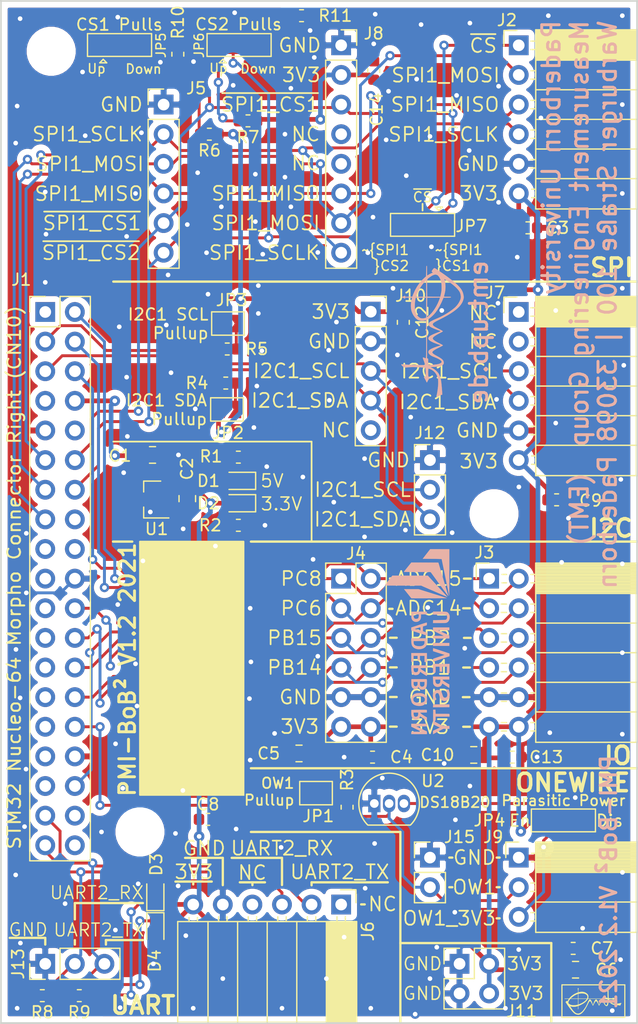
<source format=kicad_pcb>
(kicad_pcb (version 20171130) (host pcbnew 5.1.9+dfsg1-1)
  (title_block (title PMI-BoB²) (date 2021-04-01) (rev V1.2) (company "Paderborn University - Measurement Engineering Group"))
  (layers (0 F.Cu signal) (31 B.Cu signal) (34 B.Paste user) (35 F.Paste user) (36 B.SilkS user) (37 F.SilkS user) (38 B.Mask user) (39 F.Mask user) (44 Edge.Cuts user))
  (net 0 "")
  (net 1 GND)
  (net 2 +5V)
  (net 3 +3V3)
  (net 4 /mcu_adc14)
  (net 5 /mcu_ow1)
  (net 6 "Net-(JP1-Pad2)")
  (net 7 "Net-(D1-Pad1)")
  (net 8 "Net-(D2-Pad1)")
  (net 9 /mcu_i2c1_sda)
  (net 10 /mcu_i2c1_scl)
  (net 11 "Net-(JP3-Pad2)")
  (net 12 /mcu_uart2_rx)
  (net 13 /mcu_uart2_tx)
  (net 14 /mcu_pb1)
  (net 15 /mcu_pb2)
  (net 16 /mcu_spi1_mosi)
  (net 17 /mcu_spi1_miso)
  (net 18 /mcu_spi1_sclk)
  (net 19 /mcu_adc15)
  (net 20 /mcu_pb14)
  (net 21 "Net-(JP2-Pad2)")
  (net 22 /~mcu_spi1_cs1)
  (net 23 "Net-(J9-Pad3)")
  (net 24 /~mcu_spi1_cs2)
  (net 25 /mcu_pc8)
  (net 26 /mcu_pc6)
  (net 27 /mcu_pb15)
  (net 28 "Net-(D4-Pad1)")
  (net 29 "Net-(D3-Pad1)")
  (net 30 "Net-(J2-Pad1)")
  (net 31 "Net-(JP6-Pad1)")
  (net 32 "Net-(JP6-Pad3)")
  (net 33 "Net-(JP5-Pad3)")
  (net 34 "Net-(JP5-Pad1)")
  (module Jumper:SolderJumper-3_P2.0mm_Open_TrianglePad1.0x1.5mm_NumberLabels (layer F.Cu) (at 121.672361 118.045241)
    (fp_text reference JP4 (at -6.35 -0.0254) (layer F.SilkS))
    (fp_text value ParasiticPowerBridge)
    (fp_text user En (at -3.7338 0) (layer F.SilkS))
    (fp_text user Dis (at 3.9624 0) (layer F.SilkS))
    (pad 3 smd custom (at 2 0 180) (size 0.3 0.3) (layers F.Cu F.Mask) (net 1 GND) (options (clearance outline) (anchor rect)) (primitives (gr_poly (pts (xy -0.5 -0.75) (xy 0.5 -0.75) (xy 1 0) (xy 0.5 0.75) (xy -0.5 0.75)) (width 0))))
    (pad 2 smd custom (at 0 0) (size 0.3 0.3) (layers F.Cu) (net 23 "Net-(J9-Pad3)") (options (clearance outline) (anchor rect)) (primitives (gr_poly (pts (xy -1.2 -0.75) (xy 1.2 -0.75) (xy 0.7 0) (xy 1.2 0.75) (xy -1.2 0.75) (xy -0.7 0)) (width 0))))
    (pad 1 smd custom (at -2 0) (size 0.3 0.3) (layers F.Cu F.Mask) (net 3 +3V3) (options (clearance outline) (anchor rect)) (primitives (gr_poly (pts (xy -0.5 -0.75) (xy 0.5 -0.75) (xy 1 0) (xy 0.5 0.75) (xy -0.5 0.75)) (width 0))))
  )
  (module Connector_PinHeader_2.54mm:PinHeader_1x02_P2.54mm_Vertical (layer F.Cu) (at 110.216961 121.207541)
    (fp_text reference J15 (at 2.54 -1.7653) (layer F.SilkS))
    (fp_text value OW1)
    (pad 2 thru_hole oval (at 0 2.54) (size 1.7 1.7) (drill 1) (layers *.Cu *.Mask) (net 5 /mcu_ow1))
    (pad 1 thru_hole rect (at 0 0) (size 1.7 1.7) (drill 1) (layers *.Cu *.Mask) (net 1 GND))
  )
  (module Bobs-emt:Bob_DS18B20_Host (layer F.Cu) (at 117.836961 121.207541)
    (fp_text reference J9 (at -2.1844 -1.7653 -180) (layer F.SilkS))
    (fp_text value Bob-DS18B20)
    (pad 3 thru_hole oval (at 0 5.08) (size 1.7 1.7) (drill 1) (layers *.Cu *.Mask) (net 23 "Net-(J9-Pad3)"))
    (pad 2 thru_hole oval (at 0 2.54) (size 1.7 1.7) (drill 1) (layers *.Cu *.Mask) (net 5 /mcu_ow1))
    (pad 1 thru_hole rect (at 0 0) (size 1.7 1.7) (drill 1) (layers *.Cu *.Mask) (net 1 GND))
  )
  (module Capacitor_SMD:C_0603_1608Metric (layer F.Cu) (at 91.166961 117.930941)
    (fp_text reference C8 (at 0 -1.2827) (layer F.SilkS))
    (fp_text value 100nF)
    (pad 2 smd roundrect (at 0.775 0) (size 0.9 0.95) (layers F.Cu F.Paste F.Mask) (net 1 GND))
    (pad 1 smd roundrect (at -0.775 0) (size 0.9 0.95) (layers F.Cu F.Paste F.Mask) (net 3 +3V3))
  )
  (module Capacitor_SMD:C_0805_2012Metric (layer F.Cu) (at 89.388961 90.435441 270)
    (fp_text reference C2 (at -2.553959 0.0294 270) (layer F.SilkS))
    (fp_text value 1µF)
    (pad 2 smd roundrect (at 0.9375 0 270) (size 0.975 1.4) (layers F.Cu F.Paste F.Mask) (net 1 GND))
    (pad 1 smd roundrect (at -0.9375 0 270) (size 0.975 1.4) (layers F.Cu F.Paste F.Mask) (net 3 +3V3))
  )
  (module Capacitor_SMD:C_0805_2012Metric (layer F.Cu) (at 98.977461 112.279441 180)
    (fp_text reference C5 (at 2.6035 0 180) (layer F.SilkS))
    (fp_text value 1µF)
    (pad 1 smd roundrect (at -0.9375 0 180) (size 0.975 1.4) (layers F.Cu F.Paste F.Mask) (net 3 +3V3))
    (pad 2 smd roundrect (at 0.9375 0 180) (size 0.975 1.4) (layers F.Cu F.Paste F.Mask) (net 1 GND))
  )
  (module Capacitor_SMD:C_0805_2012Metric (layer F.Cu) (at 122.713761 130.821441)
    (fp_text reference C6 (at 2.667 0) (layer F.SilkS))
    (fp_text value 1µF)
    (pad 2 smd roundrect (at 0.9375 0) (size 0.975 1.4) (layers F.Cu F.Paste F.Mask) (net 1 GND))
    (pad 1 smd roundrect (at -0.9375 0) (size 0.975 1.4) (layers F.Cu F.Paste F.Mask) (net 3 +3V3))
  )
  (module Capacitor_SMD:C_0805_2012Metric (layer F.Cu) (at 113.976161 112.406441 180)
    (fp_text reference C10 (at 3.1115 0 180) (layer F.SilkS))
    (fp_text value 1µF)
    (pad 2 smd roundrect (at 0.9375 0 180) (size 0.975 1.4) (layers F.Cu F.Paste F.Mask) (net 1 GND))
    (pad 1 smd roundrect (at -0.9375 0 180) (size 0.975 1.4) (layers F.Cu F.Paste F.Mask) (net 3 +3V3))
  )
  (module Capacitor_SMD:C_0805_2012Metric (layer F.Cu) (at 86.404461 86.688941)
    (fp_text reference C1 (at -2.794 0.0635) (layer F.SilkS))
    (fp_text value 1µF)
    (pad 1 smd roundrect (at -0.9375 0) (size 0.975 1.4) (layers F.Cu F.Paste F.Mask) (net 2 +5V))
    (pad 2 smd roundrect (at 0.9375 0) (size 0.975 1.4) (layers F.Cu F.Paste F.Mask) (net 1 GND))
  )
  (module Resistor_SMD:R_0603_1608Metric (layer F.Cu) (at 93.770461 92.721441)
    (fp_text reference R2 (at -2.413 0) (layer F.SilkS))
    (fp_text value 680)
    (pad 2 smd roundrect (at 0.7875 0) (size 0.875 0.95) (layers F.Cu F.Paste F.Mask) (net 1 GND))
    (pad 1 smd roundrect (at -0.7875 0) (size 0.875 0.95) (layers F.Cu F.Paste F.Mask) (net 8 "Net-(D2-Pad1)"))
  )
  (module Resistor_SMD:R_0603_1608Metric (layer F.Cu) (at 93.770461 86.879441 180)
    (fp_text reference R1 (at 2.3495 0.0635 180) (layer F.SilkS))
    (fp_text value 2.2k)
    (pad 1 smd roundrect (at -0.7875 0 180) (size 0.875 0.95) (layers F.Cu F.Paste F.Mask) (net 7 "Net-(D1-Pad1)"))
    (pad 2 smd roundrect (at 0.7875 0 180) (size 0.875 0.95) (layers F.Cu F.Paste F.Mask) (net 1 GND))
  )
  (module Resistor_SMD:R_0603_1608Metric (layer F.Cu) (at 99.193461 49.033441 180)
    (fp_text reference R11 (at -2.8955 0 180) (layer F.SilkS))
    (fp_text value 10k)
    (pad 2 smd roundrect (at 0.7875 0 180) (size 0.875 0.95) (layers F.Cu F.Paste F.Mask) (net 32 "Net-(JP6-Pad3)"))
    (pad 1 smd roundrect (at -0.7875 0 180) (size 0.875 0.95) (layers F.Cu F.Paste F.Mask) (net 1 GND))
  )
  (module Resistor_SMD:R_0603_1608Metric (layer F.Cu) (at 88.576161 52.335441 90)
    (fp_text reference R10 (at 2.7305 0 90) (layer F.SilkS))
    (fp_text value 10k)
    (pad 1 smd roundrect (at -0.7875 0 90) (size 0.875 0.95) (layers F.Cu F.Paste F.Mask) (net 1 GND))
    (pad 2 smd roundrect (at 0.7875 0 90) (size 0.875 0.95) (layers F.Cu F.Paste F.Mask) (net 33 "Net-(JP5-Pad3)"))
  )
  (module Resistor_SMD:R_0603_1608Metric (layer F.Cu) (at 94.595961 58.050441)
    (fp_text reference R7 (at 0 1.397) (layer F.SilkS))
    (fp_text value 10k)
    (pad 2 smd roundrect (at 0.7875 0) (size 0.875 0.95) (layers F.Cu F.Paste F.Mask) (net 3 +3V3))
    (pad 1 smd roundrect (at -0.7875 0) (size 0.875 0.95) (layers F.Cu F.Paste F.Mask) (net 31 "Net-(JP6-Pad1)"))
  )
  (module Resistor_SMD:R_0603_1608Metric (layer F.Cu) (at 91.280961 59.193441)
    (fp_text reference R6 (at 0.013 1.397) (layer F.SilkS))
    (fp_text value 10k)
    (pad 1 smd roundrect (at -0.7875 0) (size 0.875 0.95) (layers F.Cu F.Paste F.Mask) (net 34 "Net-(JP5-Pad1)"))
    (pad 2 smd roundrect (at 0.7875 0) (size 0.875 0.95) (layers F.Cu F.Paste F.Mask) (net 3 +3V3))
  )
  (module Resistor_SMD:R_0603_1608Metric (layer F.Cu) (at 103.104961 116.889541 270)
    (fp_text reference R3 (at -2.3495 0 90) (layer F.SilkS))
    (fp_text value 4.7k)
    (pad 1 smd roundrect (at -0.7875 0 270) (size 0.875 0.95) (layers F.Cu F.Paste F.Mask) (net 6 "Net-(JP1-Pad2)"))
    (pad 2 smd roundrect (at 0.7875 0 270) (size 0.875 0.95) (layers F.Cu F.Paste F.Mask) (net 5 /mcu_ow1))
  )
  (module Resistor_SMD:R_0603_1608Metric (layer F.Cu) (at 92.690961 80.529441 180)
    (fp_text reference R4 (at 2.4765 0 180) (layer F.SilkS))
    (fp_text value 2.2k)
    (pad 2 smd roundrect (at 0.7875 0 180) (size 0.875 0.95) (layers F.Cu F.Paste F.Mask) (net 9 /mcu_i2c1_sda))
    (pad 1 smd roundrect (at -0.7875 0 180) (size 0.875 0.95) (layers F.Cu F.Paste F.Mask) (net 21 "Net-(JP2-Pad2)"))
  )
  (module Resistor_SMD:R_0603_1608Metric (layer F.Cu) (at 92.817961 77.608441 180)
    (fp_text reference R5 (at -2.54 0 180) (layer F.SilkS))
    (fp_text value 2.2k)
    (pad 1 smd roundrect (at -0.7875 0 180) (size 0.875 0.95) (layers F.Cu F.Paste F.Mask) (net 11 "Net-(JP3-Pad2)"))
    (pad 2 smd roundrect (at 0.7875 0 180) (size 0.875 0.95) (layers F.Cu F.Paste F.Mask) (net 10 /mcu_i2c1_scl))
  )
  (module Resistor_SMD:R_0603_1608Metric (layer F.Cu) (at 76.942961 133.043941 180)
    (fp_text reference R8 (at 0 -1.43 180) (layer F.SilkS))
    (fp_text value 560)
    (pad 2 smd roundrect (at 0.7875 0 180) (size 0.875 0.95) (layers F.Cu F.Paste F.Mask) (net 12 /mcu_uart2_rx))
    (pad 1 smd roundrect (at -0.7875 0 180) (size 0.875 0.95) (layers F.Cu F.Paste F.Mask) (net 29 "Net-(D3-Pad1)"))
  )
  (module Resistor_SMD:R_0603_1608Metric (layer F.Cu) (at 80.117961 133.043941 180)
    (fp_text reference R9 (at 0 -1.43 180) (layer F.SilkS))
    (fp_text value 330)
    (pad 1 smd roundrect (at -0.7875 0 180) (size 0.875 0.95) (layers F.Cu F.Paste F.Mask) (net 28 "Net-(D4-Pad1)"))
    (pad 2 smd roundrect (at 0.7875 0 180) (size 0.875 0.95) (layers F.Cu F.Paste F.Mask) (net 13 /mcu_uart2_tx))
  )
  (module Connector_PinHeader_2.54mm:PinHeader_2x06_P2.54mm_Vertical (layer F.Cu) (at 102.596961 97.293441)
    (fp_text reference J4 (at 1.27 -2.1463) (layer F.SilkS))
    (fp_text value PI_GPIO12)
    (pad 12 thru_hole oval (at 2.54 12.7) (size 1.7 1.7) (drill 1) (layers *.Cu *.Mask) (net 3 +3V3))
    (pad 11 thru_hole oval (at 0 12.7) (size 1.7 1.7) (drill 1) (layers *.Cu *.Mask) (net 3 +3V3))
    (pad 10 thru_hole oval (at 2.54 10.16) (size 1.7 1.7) (drill 1) (layers *.Cu *.Mask) (net 1 GND))
    (pad 9 thru_hole oval (at 0 10.16) (size 1.7 1.7) (drill 1) (layers *.Cu *.Mask) (net 1 GND))
    (pad 8 thru_hole oval (at 2.54 7.62) (size 1.7 1.7) (drill 1) (layers *.Cu *.Mask) (net 14 /mcu_pb1))
    (pad 7 thru_hole oval (at 0 7.62) (size 1.7 1.7) (drill 1) (layers *.Cu *.Mask) (net 20 /mcu_pb14))
    (pad 6 thru_hole oval (at 2.54 5.08) (size 1.7 1.7) (drill 1) (layers *.Cu *.Mask) (net 15 /mcu_pb2))
    (pad 5 thru_hole oval (at 0 5.08) (size 1.7 1.7) (drill 1) (layers *.Cu *.Mask) (net 27 /mcu_pb15))
    (pad 4 thru_hole oval (at 2.54 2.54) (size 1.7 1.7) (drill 1) (layers *.Cu *.Mask) (net 4 /mcu_adc14))
    (pad 3 thru_hole oval (at 0 2.54) (size 1.7 1.7) (drill 1) (layers *.Cu *.Mask) (net 26 /mcu_pc6))
    (pad 2 thru_hole oval (at 2.54 0) (size 1.7 1.7) (drill 1) (layers *.Cu *.Mask) (net 19 /mcu_adc15))
    (pad 1 thru_hole rect (at 0 0) (size 1.7 1.7) (drill 1) (layers *.Cu *.Mask) (net 25 /mcu_pc8))
  )
  (module Jumper:SolderJumper-3_P2.0mm_Open_TrianglePad1.0x1.5mm (layer F.Cu) (at 93.833961 51.573441)
    (fp_text reference JP6 (at -3.429 0 90) (layer F.SilkS) (effects (font (size 0.8 0.8) (thickness 0.13))))
    (fp_text value CS2Pulls)
    (pad 3 smd custom (at 2 0 180) (size 0.3 0.3) (layers F.Cu F.Mask) (net 32 "Net-(JP6-Pad3)") (options (clearance outline) (anchor rect)) (primitives (gr_poly (pts (xy -0.5 -0.75) (xy 0.5 -0.75) (xy 1 0) (xy 0.5 0.75) (xy -0.5 0.75)) (width 0))))
    (pad 2 smd custom (at 0 0) (size 0.3 0.3) (layers F.Cu) (net 24 /~mcu_spi1_cs2) (options (clearance outline) (anchor rect)) (primitives (gr_poly (pts (xy -1.2 -0.75) (xy 1.2 -0.75) (xy 0.7 0) (xy 1.2 0.75) (xy -1.2 0.75) (xy -0.7 0)) (width 0))))
    (pad 1 smd custom (at -2 0) (size 0.3 0.3) (layers F.Cu F.Mask) (net 31 "Net-(JP6-Pad1)") (options (clearance outline) (anchor rect)) (primitives (gr_poly (pts (xy -0.5 -0.75) (xy 0.5 -0.75) (xy 1 0) (xy 0.5 0.75) (xy -0.5 0.75)) (width 0))))
  )
  (module Jumper:SolderJumper-3_P2.0mm_Open_TrianglePad1.0x1.5mm (layer F.Cu) (at 83.572361 51.573441)
    (fp_text reference JP5 (at 3.556 0 90) (layer F.SilkS) (effects (font (size 0.8 0.8) (thickness 0.13))))
    (fp_text value CS1Pulls)
    (pad 3 smd custom (at 2 0 180) (size 0.3 0.3) (layers F.Cu F.Mask) (net 33 "Net-(JP5-Pad3)") (options (clearance outline) (anchor rect)) (primitives (gr_poly (pts (xy -0.5 -0.75) (xy 0.5 -0.75) (xy 1 0) (xy 0.5 0.75) (xy -0.5 0.75)) (width 0))))
    (pad 2 smd custom (at 0 0) (size 0.3 0.3) (layers F.Cu) (net 22 /~mcu_spi1_cs1) (options (clearance outline) (anchor rect)) (primitives (gr_poly (pts (xy -1.2 -0.75) (xy 1.2 -0.75) (xy 0.7 0) (xy 1.2 0.75) (xy -1.2 0.75) (xy -0.7 0)) (width 0))))
    (pad 1 smd custom (at -2 0) (size 0.3 0.3) (layers F.Cu F.Mask) (net 34 "Net-(JP5-Pad1)") (options (clearance outline) (anchor rect)) (primitives (gr_poly (pts (xy -0.5 -0.75) (xy 0.5 -0.75) (xy 1 0) (xy 0.5 0.75) (xy -0.5 0.75)) (width 0))))
  )
  (module Connector_PinHeader_2.54mm:PinHeader_1x03_P2.54mm_Vertical (layer F.Cu) (at 110.216961 87.133441)
    (fp_text reference J12 (at 0 -2.33) (layer F.SilkS))
    (fp_text value I2C1)
    (pad 3 thru_hole oval (at 0 5.08) (size 1.7 1.7) (drill 1) (layers *.Cu *.Mask) (net 9 /mcu_i2c1_sda))
    (pad 2 thru_hole oval (at 0 2.54) (size 1.7 1.7) (drill 1) (layers *.Cu *.Mask) (net 10 /mcu_i2c1_scl))
    (pad 1 thru_hole rect (at 0 0) (size 1.7 1.7) (drill 1) (layers *.Cu *.Mask) (net 1 GND))
  )
  (module Pmod_Interface-emt:Pmod_Interface_Female6 (layer F.Cu) (at 102.596961 125.233441 270)
    (fp_text reference J6 (at 2.286 -2.286 270) (layer F.SilkS))
    (fp_text value Pmod-Interface-UART6)
    (pad 1 thru_hole rect (at 0 0 90) (size 1.7 1.7) (drill 1) (layers *.Cu *.Mask))
    (pad 2 thru_hole oval (at 0 2.54 90) (size 1.7 1.7) (drill 1) (layers *.Cu *.Mask) (net 13 /mcu_uart2_tx))
    (pad 3 thru_hole oval (at 0 5.08 90) (size 1.7 1.7) (drill 1) (layers *.Cu *.Mask) (net 12 /mcu_uart2_rx))
    (pad 4 thru_hole oval (at 0 7.62 90) (size 1.7 1.7) (drill 1) (layers *.Cu *.Mask))
    (pad 5 thru_hole oval (at 0 10.16 90) (size 1.7 1.7) (drill 1) (layers *.Cu *.Mask) (net 1 GND))
    (pad 6 thru_hole circle (at 0 12.7 90) (size 1.7 1.7) (drill 1) (layers *.Cu *.Mask) (net 3 +3V3))
  )
  (module Symbol-emt:UPB-Logo_En_15.9X5.6mm (layer B.Cu) (at 110.216961 104.532441 270)
    (fp_text reference H5 hide)
    (fp_text value UPB-Logo hide)
  )
  (module Pmod_Interface-emt:Pmod_Interface_Female12 (layer F.Cu) (at 115.296961 97.293441)
    (fp_text reference J3 (at -0.4064 -2.2352) (layer F.SilkS))
    (fp_text value Pmod-Interface-GPIO12)
    (pad 12 thru_hole oval (at 2.54 12.7) (size 1.7 1.7) (drill 1) (layers *.Cu *.Mask) (net 3 +3V3))
    (pad 6 thru_hole oval (at 0 12.7) (size 1.7 1.7) (drill 1) (layers *.Cu *.Mask) (net 3 +3V3))
    (pad 11 thru_hole oval (at 2.54 10.16) (size 1.7 1.7) (drill 1) (layers *.Cu *.Mask) (net 1 GND))
    (pad 5 thru_hole oval (at 0 10.16) (size 1.7 1.7) (drill 1) (layers *.Cu *.Mask) (net 1 GND))
    (pad 10 thru_hole oval (at 2.54 7.62) (size 1.7 1.7) (drill 1) (layers *.Cu *.Mask) (net 20 /mcu_pb14))
    (pad 4 thru_hole oval (at 0 7.62) (size 1.7 1.7) (drill 1) (layers *.Cu *.Mask) (net 14 /mcu_pb1))
    (pad 9 thru_hole oval (at 2.54 5.08) (size 1.7 1.7) (drill 1) (layers *.Cu *.Mask) (net 27 /mcu_pb15))
    (pad 3 thru_hole oval (at 0 5.08) (size 1.7 1.7) (drill 1) (layers *.Cu *.Mask) (net 15 /mcu_pb2))
    (pad 8 thru_hole oval (at 2.54 2.54) (size 1.7 1.7) (drill 1) (layers *.Cu *.Mask) (net 26 /mcu_pc6))
    (pad 2 thru_hole oval (at 0 2.54) (size 1.7 1.7) (drill 1) (layers *.Cu *.Mask) (net 4 /mcu_adc14))
    (pad 7 thru_hole oval (at 2.54 0) (size 1.7 1.7) (drill 1) (layers *.Cu *.Mask) (net 25 /mcu_pc8))
    (pad 1 thru_hole rect (at 0 0) (size 1.7 1.7) (drill 1) (layers *.Cu *.Mask) (net 19 /mcu_adc15))
  )
  (module Symbol-emt:EMT-Logo_11.7x5.9mm_Silkscreen (layer B.Cu) (at 110.420161 76.084441 270)
    (fp_text reference H6 hide)
    (fp_text value EMT-Logo hide)
  )
  (module Jumper:SolderJumper-3_P2.0mm_Open_TrianglePad1.0x1.5mm (layer F.Cu) (at 109.581961 66.940441 180)
    (fp_text reference JP7 (at -4.191 -0.127) (layer F.SilkS))
    (fp_text value IO_SPI_CS_EN)
    (pad 3 smd custom (at 2 0) (size 0.3 0.3) (layers F.Cu F.Mask) (net 24 /~mcu_spi1_cs2) (options (clearance outline) (anchor rect)) (primitives (gr_poly (pts (xy -0.5 -0.75) (xy 0.5 -0.75) (xy 1 0) (xy 0.5 0.75) (xy -0.5 0.75)) (width 0))))
    (pad 2 smd custom (at 0 0 180) (size 0.3 0.3) (layers F.Cu) (net 30 "Net-(J2-Pad1)") (options (clearance outline) (anchor rect)) (primitives (gr_poly (pts (xy -1.2 -0.75) (xy 1.2 -0.75) (xy 0.7 0) (xy 1.2 0.75) (xy -1.2 0.75) (xy -0.7 0)) (width 0))))
    (pad 1 smd custom (at -2 0 180) (size 0.3 0.3) (layers F.Cu F.Mask) (net 22 /~mcu_spi1_cs1) (options (clearance outline) (anchor rect)) (primitives (gr_poly (pts (xy -0.5 -0.75) (xy 0.5 -0.75) (xy 1 0) (xy 0.5 0.75) (xy -0.5 0.75)) (width 0))))
  )
  (module Connector_PinHeader_2.54mm:PinHeader_1x06_P2.54mm_Vertical (layer F.Cu) (at 87.356961 56.653441)
    (fp_text reference J5 (at 2.794 -1.397) (layer F.SilkS))
    (fp_text value SPI1)
    (pad 6 thru_hole oval (at 0 12.7) (size 1.7 1.7) (drill 1) (layers *.Cu *.Mask) (net 24 /~mcu_spi1_cs2))
    (pad 5 thru_hole oval (at 0 10.16) (size 1.7 1.7) (drill 1) (layers *.Cu *.Mask) (net 22 /~mcu_spi1_cs1))
    (pad 4 thru_hole oval (at 0 7.62) (size 1.7 1.7) (drill 1) (layers *.Cu *.Mask) (net 17 /mcu_spi1_miso))
    (pad 3 thru_hole oval (at 0 5.08) (size 1.7 1.7) (drill 1) (layers *.Cu *.Mask) (net 16 /mcu_spi1_mosi))
    (pad 2 thru_hole oval (at 0 2.54) (size 1.7 1.7) (drill 1) (layers *.Cu *.Mask) (net 18 /mcu_spi1_sclk))
    (pad 1 thru_hole rect (at 0 0) (size 1.7 1.7) (drill 1) (layers *.Cu *.Mask) (net 1 GND))
  )
  (module Bobs-emt:ST_N64_Morpho_Right-emt (layer F.Cu) (at 77.196961 74.433441)
    (fp_text reference J1 (at -2.0574 -2.77) (layer F.SilkS))
    (fp_text value Bob_St_N64_Morpho_Right)
    (pad 38 thru_hole oval (at 2.54 45.72) (size 1.7 1.7) (drill 1) (layers *.Cu *.Mask))
    (pad 37 thru_hole oval (at 0 45.72) (size 1.7 1.7) (drill 1) (layers *.Cu *.Mask) (net 12 /mcu_uart2_rx))
    (pad 36 thru_hole oval (at 2.54 43.18) (size 1.7 1.7) (drill 1) (layers *.Cu *.Mask))
    (pad 35 thru_hole oval (at 0 43.18) (size 1.7 1.7) (drill 1) (layers *.Cu *.Mask) (net 13 /mcu_uart2_tx))
    (pad 34 thru_hole oval (at 2.54 40.64) (size 1.7 1.7) (drill 1) (layers *.Cu *.Mask) (net 4 /mcu_adc14))
    (pad 33 thru_hole oval (at 0 40.64) (size 1.7 1.7) (drill 1) (layers *.Cu *.Mask))
    (pad 32 thru_hole oval (at 2.54 38.1) (size 1.7 1.7) (drill 1) (layers *.Cu *.Mask) (net 1 GND))
    (pad 31 thru_hole oval (at 0 38.1) (size 1.7 1.7) (drill 1) (layers *.Cu *.Mask))
    (pad 30 thru_hole oval (at 2.54 35.56) (size 1.7 1.7) (drill 1) (layers *.Cu *.Mask) (net 5 /mcu_ow1))
    (pad 29 thru_hole oval (at 0 35.56) (size 1.7 1.7) (drill 1) (layers *.Cu *.Mask))
    (pad 28 thru_hole oval (at 2.54 33.02) (size 1.7 1.7) (drill 1) (layers *.Cu *.Mask) (net 20 /mcu_pb14))
    (pad 27 thru_hole oval (at 0 33.02) (size 1.7 1.7) (drill 1) (layers *.Cu *.Mask))
    (pad 26 thru_hole oval (at 2.54 30.48) (size 1.7 1.7) (drill 1) (layers *.Cu *.Mask) (net 27 /mcu_pb15))
    (pad 25 thru_hole oval (at 0 30.48) (size 1.7 1.7) (drill 1) (layers *.Cu *.Mask))
    (pad 24 thru_hole oval (at 2.54 27.94) (size 1.7 1.7) (drill 1) (layers *.Cu *.Mask) (net 14 /mcu_pb1))
    (pad 23 thru_hole oval (at 0 27.94) (size 1.7 1.7) (drill 1) (layers *.Cu *.Mask))
    (pad 22 thru_hole oval (at 2.54 25.4) (size 1.7 1.7) (drill 1) (layers *.Cu *.Mask) (net 15 /mcu_pb2))
    (pad 21 thru_hole oval (at 0 25.4) (size 1.7 1.7) (drill 1) (layers *.Cu *.Mask))
    (pad 20 thru_hole oval (at 2.54 22.86) (size 1.7 1.7) (drill 1) (layers *.Cu *.Mask) (net 1 GND))
    (pad 19 thru_hole oval (at 0 22.86) (size 1.7 1.7) (drill 1) (layers *.Cu *.Mask))
    (pad 18 thru_hole oval (at 2.54 20.32) (size 1.7 1.7) (drill 1) (layers *.Cu *.Mask))
    (pad 17 thru_hole oval (at 0 20.32) (size 1.7 1.7) (drill 1) (layers *.Cu *.Mask))
    (pad 16 thru_hole oval (at 2.54 17.78) (size 1.7 1.7) (drill 1) (layers *.Cu *.Mask))
    (pad 15 thru_hole oval (at 0 17.78) (size 1.7 1.7) (drill 1) (layers *.Cu *.Mask) (net 16 /mcu_spi1_mosi))
    (pad 14 thru_hole oval (at 2.54 15.24) (size 1.7 1.7) (drill 1) (layers *.Cu *.Mask) (net 24 /~mcu_spi1_cs2))
    (pad 13 thru_hole oval (at 0 15.24) (size 1.7 1.7) (drill 1) (layers *.Cu *.Mask) (net 17 /mcu_spi1_miso))
    (pad 12 thru_hole oval (at 2.54 12.7) (size 1.7 1.7) (drill 1) (layers *.Cu *.Mask) (net 22 /~mcu_spi1_cs1))
    (pad 11 thru_hole oval (at 0 12.7) (size 1.7 1.7) (drill 1) (layers *.Cu *.Mask) (net 18 /mcu_spi1_sclk))
    (pad 10 thru_hole oval (at 2.54 10.16) (size 1.7 1.7) (drill 1) (layers *.Cu *.Mask))
    (pad 9 thru_hole oval (at 0 10.16) (size 1.7 1.7) (drill 1) (layers *.Cu *.Mask) (net 1 GND))
    (pad 8 thru_hole oval (at 2.54 7.62) (size 1.7 1.7) (drill 1) (layers *.Cu *.Mask) (net 2 +5V))
    (pad 7 thru_hole oval (at 0 7.62) (size 1.7 1.7) (drill 1) (layers *.Cu *.Mask))
    (pad 6 thru_hole oval (at 2.54 5.08) (size 1.7 1.7) (drill 1) (layers *.Cu *.Mask) (net 19 /mcu_adc15))
    (pad 5 thru_hole oval (at 0 5.08) (size 1.7 1.7) (drill 1) (layers *.Cu *.Mask) (net 9 /mcu_i2c1_sda))
    (pad 4 thru_hole oval (at 2.54 2.54) (size 1.7 1.7) (drill 1) (layers *.Cu *.Mask) (net 26 /mcu_pc6))
    (pad 3 thru_hole oval (at 0 2.54) (size 1.7 1.7) (drill 1) (layers *.Cu *.Mask) (net 10 /mcu_i2c1_scl))
    (pad 2 thru_hole oval (at 2.54 0) (size 1.7 1.7) (drill 1) (layers *.Cu *.Mask) (net 25 /mcu_pc8))
    (pad 1 thru_hole rect (at 0 0) (size 1.7 1.7) (drill 1) (layers *.Cu *.Mask))
  )
  (module Connector_PinHeader_2.54mm:PinHeader_1x03_P2.54mm_Vertical (layer F.Cu) (at 77.196961 130.313441 90)
    (fp_text reference J13 (at 0 -2.33 90) (layer F.SilkS))
    (fp_text value UART2)
    (pad 3 thru_hole oval (at 0 5.08 90) (size 1.7 1.7) (drill 1) (layers *.Cu *.Mask) (net 13 /mcu_uart2_tx))
    (pad 2 thru_hole oval (at 0 2.54 90) (size 1.7 1.7) (drill 1) (layers *.Cu *.Mask) (net 12 /mcu_uart2_rx))
    (pad 1 thru_hole rect (at 0 0 90) (size 1.7 1.7) (drill 1) (layers *.Cu *.Mask) (net 1 GND))
  )
  (module Connector_PinSocket_2.54mm:PinSocket_1x05_P2.54mm_Vertical (layer F.Cu) (at 105.136961 74.408041)
    (fp_text reference J10 (at 3.429 -1.3716) (layer F.SilkS))
    (fp_text value Bob-GY271)
    (pad 5 thru_hole oval (at 0 10.16) (size 1.7 1.7) (drill 1) (layers *.Cu *.Mask))
    (pad 4 thru_hole oval (at 0 7.62) (size 1.7 1.7) (drill 1) (layers *.Cu *.Mask) (net 9 /mcu_i2c1_sda))
    (pad 3 thru_hole oval (at 0 5.08) (size 1.7 1.7) (drill 1) (layers *.Cu *.Mask) (net 10 /mcu_i2c1_scl))
    (pad 2 thru_hole oval (at 0 2.54) (size 1.7 1.7) (drill 1) (layers *.Cu *.Mask) (net 1 GND))
    (pad 1 thru_hole rect (at 0 0) (size 1.7 1.7) (drill 1) (layers *.Cu *.Mask) (net 3 +3V3))
  )
  (module Symbol-emt:EMT-Logo_5.1x2.5mm_Silkscreen (layer F.Cu) (at 124.212361 133.513841)
    (fp_text reference H4 hide)
    (fp_text value EMT-Logo hide)
  )
  (module Diode_SMD:D_0603_1608Metric (layer F.Cu) (at 86.645761 124.268241 90)
    (fp_text reference D3 (at 2.4638 0.0762 90) (layer F.SilkS))
    (fp_text value RX_R)
    (pad 2 smd roundrect (at 0.7875 0 90) (size 0.875 0.95) (layers F.Cu F.Paste F.Mask) (net 3 +3V3))
    (pad 1 smd roundrect (at -0.7875 0 90) (size 0.875 0.95) (layers F.Cu F.Paste F.Mask) (net 29 "Net-(D3-Pad1)"))
  )
  (module Diode_SMD:D_0603_1608Metric (layer F.Cu) (at 86.645761 127.417841 270)
    (fp_text reference D4 (at 2.6416 0.0508 270) (layer F.SilkS))
    (fp_text value TX_G)
    (pad 2 smd roundrect (at 0.7875 0 270) (size 0.875 0.95) (layers F.Cu F.Paste F.Mask) (net 3 +3V3))
    (pad 1 smd roundrect (at -0.7875 0 270) (size 0.875 0.95) (layers F.Cu F.Paste F.Mask) (net 28 "Net-(D4-Pad1)"))
  )
  (module MountingHole:MountingHole_3.2mm_M3 (layer F.Cu) (at 85.324961 119.010441)
    (fp_text reference H3 hide)
    (fp_text value MountingHole)
    (pad 1 np_thru_hole circle (at 0 0) (size 3.2 3.2) (drill 3.2) (layers *.Cu *.Mask))
  )
  (module MountingHole:MountingHole_3.2mm_M3 (layer F.Cu) (at 115.716061 91.730841)
    (fp_text reference H2 hide)
    (fp_text value MountingHole)
    (pad 1 np_thru_hole circle (at 0 0) (size 3.2 3.2) (drill 3.2) (layers *.Cu *.Mask))
  )
  (module MountingHole:MountingHole_3.2mm_M3 (layer F.Cu) (at 77.704961 52.081441)
    (fp_text reference H1 hide)
    (fp_text value MountingHole)
    (pad 1 np_thru_hole circle (at 0 0) (size 3.2 3.2) (drill 3.2) (layers *.Cu *.Mask))
  )
  (module Connector_PinHeader_2.54mm:PinHeader_2x02_P2.54mm_Vertical (layer F.Cu) (at 112.756961 130.313441)
    (fp_text reference J11 (at 5.334 4.064) (layer F.SilkS))
    (fp_text value extPower)
    (pad 4 thru_hole oval (at 2.54 2.54) (size 1.7 1.7) (drill 1) (layers *.Cu *.Mask) (net 3 +3V3))
    (pad 3 thru_hole oval (at 0 2.54) (size 1.7 1.7) (drill 1) (layers *.Cu *.Mask) (net 1 GND))
    (pad 2 thru_hole oval (at 2.54 0) (size 1.7 1.7) (drill 1) (layers *.Cu *.Mask) (net 3 +3V3))
    (pad 1 thru_hole rect (at 0 0) (size 1.7 1.7) (drill 1) (layers *.Cu *.Mask) (net 1 GND))
  )
  (module Connector_PinSocket_2.54mm:PinSocket_1x08_P2.54mm_Vertical (layer F.Cu) (at 102.596961 51.573441)
    (fp_text reference J8 (at 2.794 -1.016) (layer F.SilkS))
    (fp_text value Bob_GY291_ADXL345)
    (pad 8 thru_hole oval (at 0 17.78) (size 1.7 1.7) (drill 1) (layers *.Cu *.Mask) (net 18 /mcu_spi1_sclk))
    (pad 7 thru_hole oval (at 0 15.24) (size 1.7 1.7) (drill 1) (layers *.Cu *.Mask) (net 16 /mcu_spi1_mosi))
    (pad 6 thru_hole oval (at 0 12.7) (size 1.7 1.7) (drill 1) (layers *.Cu *.Mask) (net 17 /mcu_spi1_miso))
    (pad 5 thru_hole oval (at 0 10.16) (size 1.7 1.7) (drill 1) (layers *.Cu *.Mask))
    (pad 4 thru_hole oval (at 0 7.62) (size 1.7 1.7) (drill 1) (layers *.Cu *.Mask))
    (pad 3 thru_hole oval (at 0 5.08) (size 1.7 1.7) (drill 1) (layers *.Cu *.Mask) (net 22 /~mcu_spi1_cs1))
    (pad 2 thru_hole oval (at 0 2.54) (size 1.7 1.7) (drill 1) (layers *.Cu *.Mask) (net 3 +3V3))
    (pad 1 thru_hole rect (at 0 0) (size 1.7 1.7) (drill 1) (layers *.Cu *.Mask) (net 1 GND))
  )
  (module Capacitor_SMD:C_0603_1608Metric (layer F.Cu) (at 105.390961 53.732441 90)
    (fp_text reference C14 (at -3.3528 0.254 270) (layer F.SilkS))
    (fp_text value 100nF)
    (pad 2 smd roundrect (at 0.7875 0 90) (size 0.875 0.95) (layers F.Cu F.Paste F.Mask) (net 1 GND))
    (pad 1 smd roundrect (at -0.7875 0 90) (size 0.875 0.95) (layers F.Cu F.Paste F.Mask) (net 3 +3V3))
  )
  (module Capacitor_SMD:C_0603_1608Metric (layer F.Cu) (at 118.624461 67.219841)
    (fp_text reference C3 (at 2.5655 0) (layer F.SilkS))
    (fp_text value 100nF)
    (pad 2 smd roundrect (at 0.7875 0) (size 0.875 0.95) (layers F.Cu F.Paste F.Mask) (net 1 GND))
    (pad 1 smd roundrect (at -0.7875 0) (size 0.875 0.95) (layers F.Cu F.Paste F.Mask) (net 3 +3V3))
  )
  (module Capacitor_SMD:C_0603_1608Metric (layer F.Cu) (at 122.510561 128.992641)
    (fp_text reference C7 (at 2.4638 0) (layer F.SilkS))
    (fp_text value 100nF)
    (pad 2 smd roundrect (at 0.7875 0) (size 0.875 0.95) (layers F.Cu F.Paste F.Mask) (net 1 GND))
    (pad 1 smd roundrect (at -0.7875 0) (size 0.875 0.95) (layers F.Cu F.Paste F.Mask) (net 3 +3V3))
  )
  (module Capacitor_SMD:C_0603_1608Metric (layer F.Cu) (at 105.289361 112.596941)
    (fp_text reference C4 (at 2.4765 0 -180) (layer F.SilkS))
    (fp_text value 100nF)
    (pad 2 smd roundrect (at 0.7875 0) (size 0.875 0.95) (layers F.Cu F.Paste F.Mask) (net 1 GND))
    (pad 1 smd roundrect (at -0.7875 0) (size 0.875 0.95) (layers F.Cu F.Paste F.Mask) (net 3 +3V3))
  )
  (module Capacitor_SMD:C_0603_1608Metric (layer F.Cu) (at 117.278161 112.596941)
    (fp_text reference C13 (at 2.921 0) (layer F.SilkS))
    (fp_text value 100nF)
    (pad 2 smd roundrect (at 0.7875 0) (size 0.875 0.95) (layers F.Cu F.Paste F.Mask) (net 1 GND))
    (pad 1 smd roundrect (at -0.7875 0) (size 0.875 0.95) (layers F.Cu F.Paste F.Mask) (net 3 +3V3))
  )
  (module Capacitor_SMD:C_0603_1608Metric (layer F.Cu) (at 107.930961 75.322441 270)
    (fp_text reference C12 (at 0 -1.6256 90) (layer F.SilkS))
    (fp_text value 100nF)
    (pad 2 smd roundrect (at 0.7875 0 270) (size 0.875 0.95) (layers F.Cu F.Paste F.Mask) (net 1 GND))
    (pad 1 smd roundrect (at -0.7875 0 270) (size 0.875 0.95) (layers F.Cu F.Paste F.Mask) (net 3 +3V3))
  )
  (module Capacitor_SMD:C_0603_1608Metric (layer F.Cu) (at 121.088161 90.537041)
    (fp_text reference C9 (at 2.921 0.0635) (layer F.SilkS))
    (fp_text value 100nF)
    (pad 2 smd roundrect (at 0.7875 0) (size 0.875 0.95) (layers F.Cu F.Paste F.Mask) (net 1 GND))
    (pad 1 smd roundrect (at -0.7875 0) (size 0.875 0.95) (layers F.Cu F.Paste F.Mask) (net 3 +3V3))
  )
  (module Diode_SMD:D_0603_1608Metric (layer F.Cu) (at 93.770461 90.829141 180)
    (fp_text reference D2 (at 2.5654 0) (layer F.SilkS))
    (fp_text value "3V3 PWR")
    (pad 2 smd roundrect (at 0.7875 0 180) (size 0.875 0.95) (layers F.Cu F.Paste F.Mask) (net 3 +3V3))
    (pad 1 smd roundrect (at -0.7875 0 180) (size 0.875 0.95) (layers F.Cu F.Paste F.Mask) (net 8 "Net-(D2-Pad1)"))
  )
  (module Diode_SMD:D_0603_1608Metric (layer F.Cu) (at 93.770461 88.911441 180)
    (fp_text reference D1 (at 2.5655 0 180) (layer F.SilkS))
    (fp_text value "5V PWR")
    (pad 2 smd roundrect (at 0.7875 0 180) (size 0.875 0.95) (layers F.Cu F.Paste F.Mask) (net 2 +5V))
    (pad 1 smd roundrect (at -0.7875 0 180) (size 0.875 0.95) (layers F.Cu F.Paste F.Mask) (net 7 "Net-(D1-Pad1)"))
  )
  (module Jumper:SolderJumper-2_P1.3mm_Open_TrianglePad1.0x1.5mm (layer F.Cu) (at 100.437961 115.683041)
    (fp_text reference JP1 (at 0.1905 1.9685 -180) (layer F.SilkS))
    (fp_text value OW_PULLUP_EN)
    (pad 1 smd custom (at -0.725 0) (size 0.3 0.3) (layers F.Cu F.Mask) (net 3 +3V3) (options (clearance outline) (anchor rect)) (primitives (gr_poly (pts (xy -0.5 -0.75) (xy 0.5 -0.75) (xy 1 0) (xy 0.5 0.75) (xy -0.5 0.75)) (width 0))))
    (pad 2 smd custom (at 0.725 0) (size 0.3 0.3) (layers F.Cu F.Mask) (net 6 "Net-(JP1-Pad2)") (options (clearance outline) (anchor rect)) (primitives (gr_poly (pts (xy -0.65 -0.75) (xy 0.5 -0.75) (xy 0.5 0.75) (xy -0.65 0.75) (xy -0.15 0)) (width 0))))
  )
  (module Jumper:SolderJumper-2_P1.3mm_Open_TrianglePad1.0x1.5mm (layer F.Cu) (at 92.792561 82.790041)
    (fp_text reference JP2 (at 0.1016 2.0066) (layer F.SilkS))
    (fp_text value I2C1_PULLUP_SDA)
    (pad 1 smd custom (at -0.725 0) (size 0.3 0.3) (layers F.Cu F.Mask) (net 3 +3V3) (options (clearance outline) (anchor rect)) (primitives (gr_poly (pts (xy -0.5 -0.75) (xy 0.5 -0.75) (xy 1 0) (xy 0.5 0.75) (xy -0.5 0.75)) (width 0))))
    (pad 2 smd custom (at 0.725 0) (size 0.3 0.3) (layers F.Cu F.Mask) (net 21 "Net-(JP2-Pad2)") (options (clearance outline) (anchor rect)) (primitives (gr_poly (pts (xy -0.65 -0.75) (xy 0.5 -0.75) (xy 0.5 0.75) (xy -0.65 0.75) (xy -0.15 0)) (width 0))))
  )
  (module Jumper:SolderJumper-2_P1.3mm_Open_TrianglePad1.0x1.5mm (layer F.Cu) (at 92.880361 75.424041)
    (fp_text reference JP3 (at 0.3186 -2.0066) (layer F.SilkS))
    (fp_text value I2C1_PULLUP_SCL)
    (pad 1 smd custom (at -0.725 0) (size 0.3 0.3) (layers F.Cu F.Mask) (net 3 +3V3) (options (clearance outline) (anchor rect)) (primitives (gr_poly (pts (xy -0.5 -0.75) (xy 0.5 -0.75) (xy 1 0) (xy 0.5 0.75) (xy -0.5 0.75)) (width 0))))
    (pad 2 smd custom (at 0.725 0) (size 0.3 0.3) (layers F.Cu F.Mask) (net 11 "Net-(JP3-Pad2)") (options (clearance outline) (anchor rect)) (primitives (gr_poly (pts (xy -0.65 -0.75) (xy 0.5 -0.75) (xy 0.5 0.75) (xy -0.65 0.75) (xy -0.15 0)) (width 0))))
  )
  (module Package_TO_SOT_SMD:SOT-23 (layer F.Cu) (at 86.404461 90.511641 180)
    (fp_text reference U1 (at -0.349261 -2.5273 180) (layer F.SilkS))
    (fp_text value MCP1703T-3302E_SOT23)
    (pad 3 smd rect (at 1 0 180) (size 0.9 0.8) (layers F.Cu F.Paste F.Mask) (net 2 +5V))
    (pad 2 smd rect (at -1 0.95 180) (size 0.9 0.8) (layers F.Cu F.Paste F.Mask) (net 3 +3V3))
    (pad 1 smd rect (at -1 -0.95 180) (size 0.9 0.8) (layers F.Cu F.Paste F.Mask) (net 1 GND))
  )
  (module Package_TO_SOT_THT:TO-92_Inline (layer F.Cu) (at 105.441761 116.572041)
    (fp_text reference U2 (at 5.0292 -1.9304) (layer F.SilkS))
    (fp_text value DS18B20)
    (pad 1 thru_hole rect (at 0 0) (size 1.05 1.5) (drill 0.75) (layers *.Cu *.Mask) (net 1 GND))
    (pad 3 thru_hole oval (at 2.54 0) (size 1.05 1.5) (drill 0.75) (layers *.Cu *.Mask) (net 23 "Net-(J9-Pad3)"))
    (pad 2 thru_hole oval (at 1.27 0) (size 1.05 1.5) (drill 0.75) (layers *.Cu *.Mask) (net 5 /mcu_ow1))
  )
  (module Pmod_Interface-emt:Pmod_Interface_Female6 (layer F.Cu) (at 117.836961 74.433441)
    (fp_text reference J7 (at -2.032 -1.651 180) (layer F.SilkS))
    (fp_text value Pmod-I2C1)
    (pad 1 thru_hole rect (at 0 0 180) (size 1.7 1.7) (drill 1) (layers *.Cu *.Mask))
    (pad 2 thru_hole oval (at 0 2.54 180) (size 1.7 1.7) (drill 1) (layers *.Cu *.Mask))
    (pad 3 thru_hole oval (at 0 5.08 180) (size 1.7 1.7) (drill 1) (layers *.Cu *.Mask) (net 10 /mcu_i2c1_scl))
    (pad 4 thru_hole oval (at 0 7.62 180) (size 1.7 1.7) (drill 1) (layers *.Cu *.Mask) (net 9 /mcu_i2c1_sda))
    (pad 5 thru_hole oval (at 0 10.16 180) (size 1.7 1.7) (drill 1) (layers *.Cu *.Mask) (net 1 GND))
    (pad 6 thru_hole circle (at 0 12.7 180) (size 1.7 1.7) (drill 1) (layers *.Cu *.Mask) (net 3 +3V3))
  )
  (module Pmod_Interface-emt:Pmod_Interface_Female6 (layer F.Cu) (at 117.836961 51.573441)
    (fp_text reference J2 (at -1.016 -2.159 180) (layer F.SilkS))
    (fp_text value PI_SPI1)
    (pad 1 thru_hole rect (at 0 0 180) (size 1.7 1.7) (drill 1) (layers *.Cu *.Mask) (net 30 "Net-(J2-Pad1)"))
    (pad 2 thru_hole oval (at 0 2.54 180) (size 1.7 1.7) (drill 1) (layers *.Cu *.Mask) (net 16 /mcu_spi1_mosi))
    (pad 3 thru_hole oval (at 0 5.08 180) (size 1.7 1.7) (drill 1) (layers *.Cu *.Mask) (net 17 /mcu_spi1_miso))
    (pad 4 thru_hole oval (at 0 7.62 180) (size 1.7 1.7) (drill 1) (layers *.Cu *.Mask) (net 18 /mcu_spi1_sclk))
    (pad 5 thru_hole oval (at 0 10.16 180) (size 1.7 1.7) (drill 1) (layers *.Cu *.Mask) (net 1 GND))
    (pad 6 thru_hole circle (at 0 12.7 180) (size 1.7 1.7) (drill 1) (layers *.Cu *.Mask) (net 3 +3V3))
  )
  (gr_text ONEWIRE (at 117.379761 114.794041) (layer F.SilkS) (effects (font (size 1.5 1.5) (thickness 0.3)) (justify left)))
  (gr_line (start 83.013561 94.118441) (end 84.664561 94.118441) (layer F.SilkS) (width 0.2))
  (gr_text "PMI-BoB² V1.2 2021" (at 125.558561 112.279441 90) (layer B.SilkS) (effects (font (size 1.35 1.35) (thickness 0.25)) (justify left mirror)))
  (gr_line (start 115.944661 126.414541) (end 116.198661 126.414541) (layer F.SilkS) (width 0.2))
  (gr_line (start 115.944661 123.747541) (end 116.198661 123.747541) (layer F.SilkS) (width 0.2))
  (gr_line (start 115.944661 121.207541) (end 116.198661 121.207541) (layer F.SilkS) (width 0.2))
  (gr_line (start 111.880661 123.747541) (end 112.134661 123.747541) (layer F.SilkS) (width 0.2))
  (gr_line (start 111.880661 121.207541) (end 112.134661 121.207541) (layer F.SilkS) (width 0.2))
  (gr_text GND (at 114.039661 121.207541) (layer F.SilkS) (effects (font (size 1.2 1.2))))
  (gr_text OW1 (at 114.039661 123.747541) (layer F.SilkS) (effects (font (size 1.2 1.2))))
  (gr_text OW1_3V3 (at 111.880661 126.414541) (layer F.SilkS) (effects (font (size 1.2 1.2))))
  (gr_line (start 113.074461 99.833441) (end 113.645961 99.833441) (layer F.SilkS) (width 0.2))
  (gr_line (start 113.137961 97.293441) (end 113.709461 97.293441) (layer F.SilkS) (width 0.2))
  (gr_text GND (at 99.104461 107.453441) (layer F.SilkS) (effects (font (size 1.2 1.2))))
  (gr_line (start 106.724461 99.884241) (end 107.003861 99.884241) (layer F.SilkS) (width 0.2))
  (gr_text Down (at 95.484961 53.580041) (layer F.SilkS) (effects (font (size 0.8 0.8) (thickness 0.13))))
  (gr_text Down (at 85.629761 53.605441) (layer F.SilkS) (effects (font (size 0.8 0.8) (thickness 0.13))))
  (gr_text Up (at 81.591161 53.580041) (layer F.SilkS) (effects (font (size 0.8 0.8) (thickness 0.13))))
  (gr_text Up (at 92.055961 53.554641) (layer F.SilkS) (effects (font (size 0.8 0.8) (thickness 0.13))))
  (gr_text "CS2 Pulls" (at 93.783161 49.770041) (layer F.SilkS) (effects (font (size 1 1))))
  (gr_text "CS1 Pulls" (at 83.546961 49.795441) (layer F.SilkS) (effects (font (size 1 1))))
  (gr_text emt.upb.de (at 114.407961 69.886841 90) (layer B.SilkS) (effects (font (size 1.5 1.5) (thickness 0.25)) (justify left mirror)))
  (gr_text "Paderborn University\nMeasurement Engineering Group  (EMT)\nWarburger Straße 100 | 33098 Paderborn \n" (at 123.043961 49.287441 90) (layer B.SilkS) (effects (font (size 1.5 1.5) (thickness 0.25)) (justify left mirror)))
  (gr_line (start 109.581961 65.733941) (end 109.581961 65.162441) (layer F.SilkS) (width 0.15))
  (gr_text ~CS (at 109.581961 64.590941) (layer F.SilkS) (effects (font (size 0.85 0.85) (thickness 0.13))))
  (gr_text "~SPI1\n~CS1" (at 110.597961 69.797941) (layer F.SilkS) (effects (font (size 0.85 0.85) (thickness 0.13)) (justify left)))
  (gr_text "~SPI1\n~CS2" (at 108.502461 69.797941) (layer F.SilkS) (effects (font (size 0.85 0.85) (thickness 0.13)) (justify right)))
  (gr_text ~SPI1_CS2 (at 81.133961 69.353441) (layer F.SilkS) (effects (font (size 1.2 1.2))))
  (gr_line (start 100.056961 85.545941) (end 100.056961 94.118441) (layer F.SilkS) (width 0.15))
  (gr_line (start 83.038961 85.545941) (end 100.056961 85.545941) (layer F.SilkS) (width 0.15))
  (gr_text SPI1_SCLK (at 95.992961 69.353441) (layer F.SilkS) (effects (font (size 1.2 1.2))))
  (gr_line (start 100.056961 123.328441) (end 106.597461 123.328441) (layer F.SilkS) (width 0.2))
  (gr_line (start 93.198961 121.232941) (end 97.516961 121.232941) (layer F.SilkS) (width 0.2))
  (gr_line (start 93.897461 123.328441) (end 96.056461 123.328441) (layer F.SilkS) (width 0.2))
  (gr_line (start 91.484461 123.264941) (end 88.372961 123.264941) (layer F.SilkS) (width 0.2))
  (gr_line (start 82.403961 128.281441) (end 85.578961 128.281441) (layer F.SilkS) (width 0.2))
  (gr_line (start 82.403961 128.662441) (end 82.403961 128.281441) (layer F.SilkS) (width 0.2))
  (gr_line (start 79.736961 125.106441) (end 85.578961 125.106441) (layer F.SilkS) (width 0.2))
  (gr_line (start 79.736961 126.503441) (end 79.736961 125.106441) (layer F.SilkS) (width 0.2))
  (gr_line (start 79.736961 128.662441) (end 79.736961 128.281441) (layer F.SilkS) (width 0.2))
  (gr_line (start 77.196961 128.090941) (end 74.148961 128.090941) (layer F.SilkS) (width 0.2))
  (gr_line (start 77.196961 128.662441) (end 77.196961 128.090941) (layer F.SilkS) (width 0.2))
  (gr_text "STM32 Nucleo-64 Morpho Connector Right (CN10)" (at 74.529961 97.191841 90) (layer F.SilkS) (effects (font (size 1.1 1.2) (thickness 0.17))))
  (gr_line (start 126.942861 132.116841) (end 121.545361 132.116841) (layer F.SilkS) (width 0.1))
  (gr_line (start 126.942861 134.910841) (end 126.942861 132.116841) (layer F.SilkS) (width 0.1))
  (gr_line (start 121.545361 134.910841) (end 126.942861 134.910841) (layer F.SilkS) (width 0.1))
  (gr_line (start 121.545361 132.116841) (end 121.545361 134.910841) (layer F.SilkS) (width 0.1))
  (gr_line (start 120.630961 128.535441) (end 120.630961 135.393441) (layer F.SilkS) (width 0.2))
  (gr_line (start 107.676961 128.535441) (end 120.630961 128.535441) (layer F.SilkS) (width 0.2))
  (gr_line (start 107.676961 119.010441) (end 94.849961 119.010441) (layer F.SilkS) (width 0.2))
  (gr_line (start 94.976961 123.328441) (end 94.976961 123.569741) (layer F.SilkS) (width 0.2))
  (gr_text 3.3V (at 97.478861 90.892641) (layer F.SilkS) (effects (font (size 1.1 1.1) (thickness 0.13))))
  (gr_text 5V (at 96.666061 88.911441) (layer F.SilkS) (effects (font (size 1.1 1.1) (thickness 0.13))))
  (gr_poly (pts (xy 85.324961 112.025441) (xy 85.324961 115.835441) (xy 87.483961 115.835441) (xy 94.214961 115.835441) (xy 94.214961 94.118441) (xy 85.324961 94.118441)) (layer F.SilkS) (width 0.15))
  (gr_text "PMI-BoB² V1.2 2021" (at 84.245461 116.114841 90) (layer F.SilkS) (effects (font (size 1.35 1.35) (thickness 0.25)) (justify left)))
  (gr_text IO (at 125.012461 112.469941) (layer F.SilkS) (effects (font (size 1.5 1.5) (thickness 0.3)) (justify left)))
  (gr_line (start 127.996961 94.118441) (end 94.849961 94.118441) (layer F.SilkS) (width 0.2))
  (gr_text UART (at 85.578961 133.869441) (layer F.SilkS) (effects (font (size 1.5 1.5) (thickness 0.3))))
  (gr_text I2C (at 123.742461 92.975441) (layer F.SilkS) (effects (font (size 1.5 1.5) (thickness 0.3)) (justify left)))
  (gr_text SPI (at 123.805961 70.623441) (layer F.SilkS) (effects (font (size 1.5 1.5) (thickness 0.3)) (justify left)))
  (gr_line (start 107.676961 119.010441) (end 107.676961 135.393441) (layer F.SilkS) (width 0.2))
  (gr_line (start 127.996961 113.549441) (end 94.849961 113.549441) (layer F.SilkS) (width 0.2))
  (gr_line (start 127.996961 71.829941) (end 83.038961 71.829941) (layer F.SilkS) (width 0.2))
  (gr_text DS18B20 (at 115.500161 116.470441) (layer F.SilkS) (effects (font (size 0.9 0.9)) (justify right)))
  (gr_line (start 89.896961 123.264941) (end 89.896961 123.506241) (layer F.SilkS) (width 0.2))
  (gr_line (start 106.787961 109.980741) (end 107.359461 109.980741) (layer F.SilkS) (width 0.2))
  (gr_line (start 106.787961 102.360741) (end 107.359461 102.360741) (layer F.SilkS) (width 0.2))
  (gr_line (start 106.787961 97.280741) (end 107.067361 97.280741) (layer F.SilkS) (width 0.2))
  (gr_line (start 106.787961 107.440741) (end 107.359461 107.440741) (layer F.SilkS) (width 0.2))
  (gr_line (start 106.787961 104.900741) (end 107.359461 104.900741) (layer F.SilkS) (width 0.2))
  (gr_line (start 113.074461 109.993441) (end 113.645961 109.993441) (layer F.SilkS) (width 0.2))
  (gr_line (start 113.042711 107.453441) (end 113.614211 107.453441) (layer F.SilkS) (width 0.2))
  (gr_line (start 113.074461 104.913441) (end 113.645961 104.913441) (layer F.SilkS) (width 0.2))
  (gr_line (start 113.137961 102.373441) (end 113.709461 102.373441) (layer F.SilkS) (width 0.2))
  (gr_text 3V3 (at 118.471961 132.853441) (layer F.SilkS) (effects (font (size 1.1 1.1) (thickness 0.14))))
  (gr_text 3V3 (at 118.344961 130.313441) (layer F.SilkS) (effects (font (size 1.1 1.1) (thickness 0.14))))
  (gr_text GND (at 109.581961 132.853441) (layer F.SilkS) (effects (font (size 1.1 1.1) (thickness 0.13))))
  (gr_text GND (at 109.581961 130.313441) (layer F.SilkS) (effects (font (size 1.1 1.1) (thickness 0.13))))
  (gr_text "Parasitic Power" (at 121.672361 116.318041) (layer F.SilkS) (effects (font (size 0.9 0.9))))
  (gr_line (start 127.996961 47.763441) (end 73.386961 47.763441) (layer Edge.Cuts) (width 0.15))
  (gr_line (start 127.996961 135.393441) (end 127.996961 47.763441) (layer Edge.Cuts) (width 0.15))
  (gr_line (start 73.386961 135.393441) (end 127.996961 135.393441) (layer Edge.Cuts) (width 0.15))
  (gr_line (start 73.386961 47.763441) (end 73.386961 135.393441) (layer Edge.Cuts) (width 0.15))
  (gr_text "OW1\nPullup" (at 98.659961 115.556041) (layer F.SilkS) (effects (font (size 0.9 0.9)) (justify right)))
  (gr_text "I2C1 SDA\nPullup" (at 91.166961 82.815441) (layer F.SilkS) (effects (font (size 1 1)) (justify right)))
  (gr_text "I2C1 SCL\nPullup" (at 91.293961 75.449441) (layer F.SilkS) (effects (font (size 1 1)) (justify right)))
  (gr_text PB14 (at 98.596461 104.913441) (layer F.SilkS) (effects (font (size 1.2 1.2))))
  (gr_text PB15 (at 98.596461 102.373441) (layer F.SilkS) (effects (font (size 1.2 1.2))))
  (gr_text PC6 (at 99.167961 99.833441) (layer F.SilkS) (effects (font (size 1.2 1.2))))
  (gr_text PC8 (at 99.167961 97.293441) (layer F.SilkS) (effects (font (size 1.2 1.2))))
  (gr_text PB1 (at 110.216961 104.913441) (layer F.SilkS) (effects (font (size 1.2 1.2))))
  (gr_text PB2 (at 110.216961 102.373441) (layer F.SilkS) (effects (font (size 1.2 1.2))))
  (gr_text ADC14 (at 110.089961 99.833441) (layer F.SilkS) (effects (font (size 1.2 1.2))))
  (gr_text ADC15 (at 110.089961 97.293441) (layer F.SilkS) (effects (font (size 1.2 1.2))))
  (gr_text ~SPI1_CS1 (at 81.210161 66.813441) (layer F.SilkS) (effects (font (size 1.2 1.2))))
  (gr_text SPI1_MISO (at 80.943461 64.298841) (layer F.SilkS) (effects (font (size 1.2 1.2))))
  (gr_text SPI1_MOSI (at 81.006961 61.746141) (layer F.SilkS) (effects (font (size 1.2 1.2))))
  (gr_text SPI1_SCLK (at 80.816461 59.193441) (layer F.SilkS) (effects (font (size 1.2 1.2))))
  (gr_text GND (at 83.737461 56.653441) (layer F.SilkS) (effects (font (size 1.2 1.2))))
  (gr_text SPI1_MOSI (at 96.119961 66.813441) (layer F.SilkS) (effects (font (size 1.2 1.2))))
  (gr_text SPI1_MISO (at 96.119961 64.273441) (layer F.SilkS) (effects (font (size 1.2 1.2))))
  (gr_text NC (at 99.548961 61.682641) (layer F.SilkS) (effects (font (size 1.2 1.2))))
  (gr_text NC (at 99.548961 59.193441) (layer F.SilkS) (effects (font (size 1.2 1.2))))
  (gr_text ~SPI1_CS1 (at 96.500961 56.653441) (layer F.SilkS) (effects (font (size 1.2 1.2))))
  (gr_text 3V3 (at 99.167961 54.113441) (layer F.SilkS) (effects (font (size 1.2 1.2))))
  (gr_text GND (at 99.040961 51.573441) (layer F.SilkS) (effects (font (size 1.2 1.2))))
  (gr_text 3V3 (at 114.407961 64.273441) (layer F.SilkS) (effects (font (size 1.2 1.2))))
  (gr_text GND (at 114.331761 61.733441) (layer F.SilkS) (effects (font (size 1.2 1.2))))
  (gr_text SPI1_SCLK (at 111.385361 59.218841) (layer F.SilkS) (effects (font (size 1.2 1.2))))
  (gr_text ~CS (at 114.788961 51.598841) (layer F.SilkS) (effects (font (size 1.2 1.2))))
  (gr_text SPI1_MOSI (at 111.563161 54.138841) (layer F.SilkS) (effects (font (size 1.2 1.2))))
  (gr_line (start 104.311461 125.220741) (end 104.616261 125.220741) (layer F.SilkS) (width 0.2))
  (gr_text NC (at 106.140261 125.195341) (layer F.SilkS) (effects (font (size 1.2 1.2))))
  (gr_text NC (at 94.964261 122.502941) (layer F.SilkS) (effects (font (size 1.2 1.2))))
  (gr_line (start 89.198461 121.232941) (end 92.436961 121.232941) (layer F.SilkS) (width 0.2))
  (gr_line (start 97.516961 121.232941) (end 97.516961 123.557041) (layer F.SilkS) (width 0.2))
  (gr_line (start 100.056961 123.328441) (end 100.056961 123.582441) (layer F.SilkS) (width 0.2))
  (gr_line (start 92.436961 121.232941) (end 92.436961 123.569741) (layer F.SilkS) (width 0.2))
  (gr_text GND (at 75.736461 127.392441) (layer F.SilkS) (effects (font (size 1.1 1.1) (thickness 0.12))))
  (gr_text UART2_TX (at 85.782161 127.417841) (layer F.SilkS) (effects (font (size 1.1 1.1) (thickness 0.12)) (justify right)))
  (gr_text UART2_RX (at 85.731361 124.217441) (layer F.SilkS) (effects (font (size 1.1 1.1) (thickness 0.12)) (justify right)))
  (gr_text UART2_TX (at 102.469961 122.439441) (layer F.SilkS) (effects (font (size 1.2 1.2))))
  (gr_text UART2_RX (at 97.516961 120.407441) (layer F.SilkS) (effects (font (size 1.2 1.2))))
  (gr_text 3V3 (at 89.960461 122.439441) (layer F.SilkS) (effects (font (size 1.2 1.2))))
  (gr_text GND (at 90.849461 120.407441) (layer F.SilkS) (effects (font (size 1.2 1.2))))
  (gr_text 3V3 (at 99.040961 109.980741) (layer F.SilkS) (effects (font (size 1.2 1.2))))
  (gr_text GND (at 110.216961 107.453441) (layer F.SilkS) (effects (font (size 1.2 1.2))))
  (gr_text 3V3 (at 110.216961 109.993441) (layer F.SilkS) (effects (font (size 1.2 1.2))))
  (gr_text I2C1_SCL (at 104.438461 89.673441) (layer F.SilkS) (effects (font (size 1.2 1.2))))
  (gr_text I2C1_SDA (at 104.438461 92.213441) (layer F.SilkS) (effects (font (size 1.2 1.2))))
  (gr_text I2C1_SDA (at 99.040961 82.028041) (layer F.SilkS) (effects (font (size 1.2 1.2))))
  (gr_text GND (at 106.660961 87.133441) (layer F.SilkS) (effects (font (size 1.2 1.2))))
  (gr_text I2C1_SCL (at 99.167961 79.488041) (layer F.SilkS) (effects (font (size 1.2 1.2))))
  (gr_text NC (at 102.152461 84.568041) (layer F.SilkS) (effects (font (size 1.2 1.2))))
  (gr_text 3V3 (at 101.707961 74.408041) (layer F.SilkS) (effects (font (size 1.2 1.2))))
  (gr_text GND (at 101.580961 76.948041) (layer F.SilkS) (effects (font (size 1.2 1.2))))
  (gr_text 3V3 (at 114.407961 87.235041) (layer F.SilkS) (effects (font (size 1.2 1.2))))
  (gr_text GND (at 114.280961 84.593441) (layer F.SilkS) (effects (font (size 1.2 1.2))))
  (gr_text I2C1_SDA (at 111.740961 82.155041) (layer F.SilkS) (effects (font (size 1.2 1.2))))
  (gr_text I2C1_SCL (at 111.867961 79.513441) (layer F.SilkS) (effects (font (size 1.2 1.2))))
  (gr_text SPI1_MISO (at 111.512361 56.653441) (layer F.SilkS) (effects (font (size 1.2 1.2))))
  (gr_text NC (at 114.788961 76.973441) (layer F.SilkS) (effects (font (size 1.2 1.2))))
  (gr_text NC (at 114.788961 74.535041) (layer F.SilkS) (effects (font (size 1.2 1.2))))
  (via (at 89.033361 93.026241) (size 0.9) (drill 0.4) (layers F.Cu B.Cu) (net 1))
  (via (at 91.801961 94.499441) (size 0.9) (drill 0.4) (layers F.Cu B.Cu) (net 1))
  (via (at 75.571361 93.407241) (size 0.9) (drill 0.4) (layers F.Cu B.Cu) (net 1))
  (via (at 75.571361 98.512641) (size 0.9) (drill 0.4) (layers F.Cu B.Cu) (net 1))
  (via (at 74.682361 103.364041) (size 0.9) (drill 0.4) (layers F.Cu B.Cu) (net 1))
  (via (at 75.037961 107.516941) (size 0.9) (drill 0.4) (layers F.Cu B.Cu) (net 1))
  (via (at 75.545961 113.625641) (size 0.9) (drill 0.4) (layers F.Cu B.Cu) (net 1))
  (via (at 75.418961 118.553241) (size 0.9) (drill 0.4) (layers F.Cu B.Cu) (net 1))
  (via (at 74.656961 122.693441) (size 0.9) (drill 0.4) (layers F.Cu B.Cu) (net 1))
  (via (at 75.063361 128.535441) (size 0.9) (drill 0.4) (layers F.Cu B.Cu) (net 1))
  (via (at 77.196961 71.893441) (size 0.9) (drill 0.4) (layers F.Cu B.Cu) (net 1))
  (via (at 84.943961 64.273441) (size 0.9) (drill 0.4) (layers F.Cu B.Cu) (net 1))
  (via (at 83.546961 75.703441) (size 0.9) (drill 0.4) (layers F.Cu B.Cu) (net 1))
  (via (at 87.585561 75.551041) (size 0.9) (drill 0.4) (layers F.Cu B.Cu) (net 1))
  (via (at 91.039961 69.353441) (size 0.9) (drill 0.4) (layers F.Cu B.Cu) (net 1))
  (via (at 95.484961 72.172841) (size 0.9) (drill 0.4) (layers F.Cu B.Cu) (net 1))
  (via (at 101.530161 77.710041) (size 0.8) (drill 0.4) (layers F.Cu B.Cu) (net 1))
  (via (at 95.789761 77.760841) (size 0.8) (drill 0.4) (layers F.Cu B.Cu) (net 1))
  (via (at 116.058961 73.684141) (size 0.8) (drill 0.4) (layers F.Cu B.Cu) (net 1))
  (via (at 116.185961 78.243441) (size 0.8) (drill 0.4) (layers F.Cu B.Cu) (net 1))
  (via (at 107.041961 72.401441) (size 0.8) (drill 0.4) (layers F.Cu B.Cu) (net 1))
  (via (at 98.278961 65.416441) (size 0.8) (drill 0.4) (layers F.Cu B.Cu) (net 1))
  (via (at 89.388961 66.940441) (size 0.8) (drill 0.4) (layers F.Cu B.Cu) (net 1))
  (via (at 92.309961 65.416441) (size 0.8) (drill 0.4) (layers F.Cu B.Cu) (net 1))
  (via (at 90.277961 62.495441) (size 0.8) (drill 0.4) (layers F.Cu B.Cu) (net 1))
  (via (at 97.770961 62.876441) (size 0.8) (drill 0.4) (layers F.Cu B.Cu) (net 1))
  (via (at 75.037961 49.287441) (size 0.8) (drill 0.4) (layers F.Cu B.Cu) (net 1))
  (via (at 74.783961 56.780441) (size 0.8) (drill 0.4) (layers F.Cu B.Cu) (net 1))
  (via (at 85.451961 59.066441) (size 0.8) (drill 0.4) (layers F.Cu B.Cu) (net 1))
  (via (at 93.452961 48.779441) (size 0.8) (drill 0.4) (layers F.Cu B.Cu) (net 1))
  (via (at 100.285561 52.614841) (size 0.8) (drill 0.4) (layers F.Cu B.Cu) (net 1))
  (via (at 105.390961 51.446441) (size 0.8) (drill 0.4) (layers F.Cu B.Cu) (net 1))
  (via (at 105.517961 48.906441) (size 0.8) (drill 0.4) (layers F.Cu B.Cu) (net 1))
  (via (at 109.454961 49.795441) (size 0.8) (drill 0.4) (layers F.Cu B.Cu) (net 1))
  (via (at 113.645961 49.668441) (size 0.8) (drill 0.4) (layers F.Cu B.Cu) (net 1))
  (via (at 106.660961 55.510441) (size 0.8) (drill 0.4) (layers F.Cu B.Cu) (net 1))
  (via (at 109.073961 54.469041) (size 0.8) (drill 0.4) (layers F.Cu B.Cu) (net 1))
  (via (at 112.502961 55.866041) (size 0.8) (drill 0.4) (layers F.Cu B.Cu) (net 1))
  (via (at 116.109761 55.078641) (size 0.8) (drill 0.4) (layers F.Cu B.Cu) (net 1))
  (via (at 104.882961 69.353441) (size 0.8) (drill 0.4) (layers F.Cu B.Cu) (net 1))
  (via (at 108.184961 62.749441) (size 0.8) (drill 0.4) (layers F.Cu B.Cu) (net 1))
  (via (at 106.457761 59.676041) (size 0.8) (drill 0.4) (layers F.Cu B.Cu) (net 1))
  (via (at 116.109761 65.035441) (size 0.8) (drill 0.4) (layers F.Cu B.Cu) (net 1))
  (via (at 117.709961 69.734441) (size 0.8) (drill 0.4) (layers F.Cu B.Cu) (net 1))
  (via (at 84.181961 67.956441) (size 0.8) (drill 0.4) (layers F.Cu B.Cu) (net 1))
  (via (at 87.737961 71.258441) (size 0.8) (drill 0.4) (layers F.Cu B.Cu) (net 1))
  (via (at 87.991961 79.640441) (size 0.8) (drill 0.4) (layers F.Cu B.Cu) (net 1))
  (via (at 90.074761 82.739241) (size 0.8) (drill 0.4) (layers F.Cu B.Cu) (net 1))
  (via (at 95.357961 80.783441) (size 0.8) (drill 0.4) (layers F.Cu B.Cu) (net 1))
  (via (at 101.580961 82.002641) (size 0.8) (drill 0.4) (layers F.Cu B.Cu) (net 1))
  (via (at 95.484961 74.560441) (size 0.9) (drill 0.4) (layers F.Cu B.Cu) (net 1))
  (via (at 111.232961 74.306441) (size 0.9) (drill 0.4) (layers F.Cu B.Cu) (net 1))
  (via (at 107.422961 78.116441) (size 0.8) (drill 0.4) (layers F.Cu B.Cu) (net 1))
  (via (at 105.327461 66.305441) (size 0.8) (drill 0.4) (layers F.Cu B.Cu) (net 1))
  (via (at 108.565961 83.450441) (size 0.8) (drill 0.4) (layers F.Cu B.Cu) (net 1))
  (via (at 115.931961 81.926441) (size 0.8) (drill 0.4) (layers F.Cu B.Cu) (net 1))
  (via (at 117.849661 89.432141) (size 0.8) (drill 0.4) (layers F.Cu B.Cu) (net 1))
  (via (at 112.121961 93.356441) (size 0.8) (drill 0.4) (layers F.Cu B.Cu) (net 1))
  (via (at 111.436161 113.143041) (size 0.8) (drill 0.4) (layers F.Cu B.Cu) (net 1))
  (via (at 96.881961 110.564941) (size 0.8) (drill 0.4) (layers F.Cu B.Cu) (net 1))
  (via (at 89.007961 115.454441) (size 0.8) (drill 0.4) (layers F.Cu B.Cu) (net 1))
  (via (at 94.786461 112.850941) (size 0.8) (drill 0.4) (layers F.Cu B.Cu) (net 1))
  (via (at 96.056461 92.721441) (size 0.8) (drill 0.4) (layers F.Cu B.Cu) (net 1))
  (via (at 100.183961 95.642441) (size 0.8) (drill 0.4) (layers F.Cu B.Cu) (net 1))
  (via (at 101.961961 90.740241) (size 0.8) (drill 0.4) (layers F.Cu B.Cu) (net 1))
  (via (at 96.208861 87.692241) (size 0.8) (drill 0.4) (layers F.Cu B.Cu) (net 1))
  (via (at 95.103961 84.339441) (size 0.8) (drill 0.4) (layers F.Cu B.Cu) (net 1))
  (via (at 102.190561 75.297041) (size 0.8) (drill 0.4) (layers F.Cu B.Cu) (net 1))
  (via (at 100.590361 69.328041) (size 0.8) (drill 0.4) (layers F.Cu B.Cu) (net 1))
  (via (at 104.603561 87.006441) (size 0.8) (drill 0.4) (layers F.Cu B.Cu) (net 1))
  (via (at 104.603561 93.712041) (size 0.8) (drill 0.4) (layers F.Cu B.Cu) (net 1))
  (via (at 108.108761 93.127841) (size 0.8) (drill 0.4) (layers F.Cu B.Cu) (net 1))
  (via (at 88.372961 119.137441) (size 0.8) (drill 0.4) (layers F.Cu B.Cu) (net 1))
  (via (at 82.022961 119.010441) (size 0.8) (drill 0.4) (layers F.Cu B.Cu) (net 1))
  (via (at 85.172561 123.455441) (size 0.8) (drill 0.4) (layers F.Cu B.Cu) (net 1))
  (via (at 88.601561 123.633241) (size 0.9) (drill 0.4) (layers F.Cu B.Cu) (net 1))
  (via (at 93.579961 118.756441) (size 0.9) (drill 0.4) (layers F.Cu B.Cu) (net 1))
  (via (at 97.440761 120.331241) (size 0.9) (drill 0.4) (layers F.Cu B.Cu) (net 1))
  (via (at 105.467161 120.001041) (size 0.9) (drill 0.4) (layers F.Cu B.Cu) (net 1))
  (via (at 104.654361 123.836441) (size 0.9) (drill 0.4) (layers F.Cu B.Cu) (net 1))
  (via (at 110.801161 128.891041) (size 0.9) (drill 0.4) (layers F.Cu B.Cu) (net 1))
  (via (at 102.850961 128.027441) (size 0.9) (drill 0.4) (layers F.Cu B.Cu) (net 1))
  (via (at 89.261961 127.900441) (size 0.9) (drill 0.4) (layers F.Cu B.Cu) (net 1))
  (via (at 83.216761 127.417841) (size 0.9) (drill 0.4) (layers F.Cu B.Cu) (net 1))
  (via (at 74.783961 134.123441) (size 0.9) (drill 0.4) (layers F.Cu B.Cu) (net 1))
  (via (at 83.623161 134.072641) (size 0.9) (drill 0.4) (layers F.Cu B.Cu) (net 1))
  (via (at 86.467961 130.313441) (size 0.9) (drill 0.4) (layers F.Cu B.Cu) (net 1))
  (via (at 116.693961 134.123441) (size 0.9) (drill 0.4) (layers F.Cu B.Cu) (net 1))
  (via (at 121.519961 95.896441) (size 0.9) (drill 0.4) (layers F.Cu B.Cu) (net 1))
  (via (at 121.240561 67.169041) (size 0.9) (drill 0.4) (layers F.Cu B.Cu) (net 1))
  (via (at 99.307661 88.581241) (size 0.9) (drill 0.4) (layers F.Cu B.Cu) (net 1))
  (via (at 84.181961 80.021441) (size 0.9) (drill 0.4) (layers F.Cu B.Cu) (net 1))
  (via (at 78.898761 125.157241) (size 0.8) (drill 0.4) (layers F.Cu B.Cu) (net 1))
  (via (at 126.726961 49.033441) (size 0.8) (drill 0.4) (layers F.Cu B.Cu) (net 1))
  (via (at 126.726961 56.653441) (size 0.8) (drill 0.4) (layers F.Cu B.Cu) (net 1))
  (via (at 126.726961 64.273441) (size 0.8) (drill 0.4) (layers F.Cu B.Cu) (net 1))
  (via (at 126.726961 72.401441) (size 0.8) (drill 0.4) (layers F.Cu B.Cu) (net 1))
  (via (at 126.853961 79.005441) (size 0.8) (drill 0.4) (layers F.Cu B.Cu) (net 1))
  (via (at 126.599961 88.784441) (size 0.8) (drill 0.4) (layers F.Cu B.Cu) (net 1))
  (via (at 126.726961 96.023441) (size 0.8) (drill 0.4) (layers F.Cu B.Cu) (net 1))
  (via (at 126.726961 103.643441) (size 0.8) (drill 0.4) (layers F.Cu B.Cu) (net 1))
  (via (at 126.726961 110.628441) (size 0.8) (drill 0.4) (layers F.Cu B.Cu) (net 1))
  (via (at 89.896961 134.123441) (size 0.8) (drill 0.4) (layers F.Cu B.Cu) (net 1))
  (via (at 97.516961 134.123441) (size 0.8) (drill 0.4) (layers F.Cu B.Cu) (net 1))
  (via (at 105.136961 134.123441) (size 0.8) (drill 0.4) (layers F.Cu B.Cu) (net 1))
  (via (at 108.946961 134.631441) (size 0.8) (drill 0.4) (layers F.Cu B.Cu) (net 1))
  (via (at 101.326961 131.583441) (size 0.8) (drill 0.4) (layers F.Cu B.Cu) (net 1))
  (via (at 92.436961 131.583441) (size 0.8) (drill 0.4) (layers F.Cu B.Cu) (net 1))
  (via (at 110.216961 131.583441) (size 0.8) (drill 0.4) (layers F.Cu B.Cu) (net 1))
  (via (at 120.376961 49.033441) (size 0.8) (drill 0.4) (layers F.Cu B.Cu) (net 1))
  (via (at 119.741961 57.796441) (size 0.8) (drill 0.4) (layers F.Cu B.Cu) (net 1))
  (via (at 121.011961 74.306441) (size 0.8) (drill 0.4) (layers F.Cu B.Cu) (net 1))
  (via (at 121.011961 83.958441) (size 0.8) (drill 0.4) (layers F.Cu B.Cu) (net 1))
  (via (at 74.656961 59.955441) (size 0.8) (drill 0.4) (layers F.Cu B.Cu) (net 1))
  (via (at 77.196961 64.146441) (size 0.8) (drill 0.4) (layers F.Cu B.Cu) (net 1))
  (via (at 95.230961 66.686441) (size 0.9) (drill 0.4) (layers F.Cu B.Cu) (net 1))
  (via (at 95.230961 62.622441) (size 0.9) (drill 0.4) (layers F.Cu B.Cu) (net 1))
  (via (at 91.166961 72.909441) (size 0.9) (drill 0.4) (layers F.Cu B.Cu) (net 1))
  (via (at 122.104161 92.111841) (size 0.9) (drill 0.4) (layers F.Cu B.Cu) (net 1))
  (via (at 110.216961 59.383941) (size 0.8) (drill 0.4) (layers F.Cu B.Cu) (net 1))
  (via (at 113.582461 60.590441) (size 0.8) (drill 0.4) (layers F.Cu B.Cu) (net 1))
  (via (at 110.343961 68.845441) (size 0.8) (drill 0.4) (layers F.Cu B.Cu) (net 1))
  (via (at 120.503961 110.501441) (size 0.8) (drill 0.4) (layers F.Cu B.Cu) (net 1))
  (via (at 77.260461 67.765941) (size 0.8) (drill 0.4) (layers F.Cu B.Cu) (net 1))
  (via (at 83.851761 115.263941) (size 0.8) (drill 0.4) (layers F.Cu B.Cu) (net 1))
  (segment (start 112.756961 130.313441) (end 112.756961 130.109941) (width 0.4) (layer F.Cu) (net 1))
  (segment (start 112.756961 130.313441) (end 113.137961 130.313441) (width 0.4) (layer F.Cu) (net 1))
  (via (at 117.836961 129.094241) (size 0.8) (drill 0.4) (layers F.Cu B.Cu) (net 1))
  (via (at 87.077561 53.021241) (size 0.8) (drill 0.4) (layers F.Cu B.Cu) (net 1))
  (via (at 89.922361 52.970441) (size 0.8) (drill 0.4) (layers F.Cu B.Cu) (net 1))
  (via (at 83.419961 49.160441) (size 0.8) (drill 0.4) (layers F.Cu B.Cu) (net 1))
  (via (at 98.278961 55.256441) (size 0.8) (drill 0.4) (layers F.Cu B.Cu) (net 1))
  (via (at 97.770961 59.193441) (size 0.8) (drill 0.4) (layers F.Cu B.Cu) (net 1))
  (via (at 95.865961 69.480441) (size 0.8) (drill 0.4) (layers F.Cu B.Cu) (net 1))
  (via (at 99.929961 50.303441) (size 0.8) (drill 0.4) (layers F.Cu B.Cu) (net 1))
  (via (at 80.397361 53.859441) (size 0.8) (drill 0.4) (layers F.Cu B.Cu) (net 1))
  (via (at 80.625961 59.320441) (size 0.8) (drill 0.4) (layers F.Cu B.Cu) (net 1))
  (via (at 93.325961 55.002441) (size 0.8) (drill 0.4) (layers F.Cu B.Cu) (net 1))
  (via (at 83.419961 99.515941) (size 0.8) (drill 0.4) (layers F.Cu B.Cu) (net 1))
  (segment (start 78.517761 98.512641) (end 75.571361 98.512641) (width 0.25) (layer B.Cu) (net 1))
  (segment (start 79.736961 97.293441) (end 78.517761 98.512641) (width 0.25) (layer B.Cu) (net 1))
  (via (at 85.578961 95.769441) (size 0.8) (drill 0.4) (layers F.Cu B.Cu) (net 1))
  (via (at 94.786461 99.833441) (size 0.8) (drill 0.4) (layers F.Cu B.Cu) (net 1))
  (via (at 100.590361 103.948241) (size 0.8) (drill 0.4) (layers F.Cu B.Cu) (net 1))
  (via (at 84.943961 104.595941) (size 0.8) (drill 0.4) (layers F.Cu B.Cu) (net 1))
  (via (at 94.849961 104.430841) (size 0.8) (drill 0.4) (layers F.Cu B.Cu) (net 1))
  (via (at 94.722961 107.580441) (size 0.8) (drill 0.4) (layers F.Cu B.Cu) (net 1))
  (via (at 83.229461 111.453941) (size 0.8) (drill 0.4) (layers F.Cu B.Cu) (net 1))
  (via (at 85.070961 108.215441) (size 0.8) (drill 0.4) (layers F.Cu B.Cu) (net 1))
  (via (at 110.026461 99.769941) (size 0.8) (drill 0.4) (layers F.Cu B.Cu) (net 1))
  (via (at 113.201461 103.262441) (size 0.8) (drill 0.4) (layers F.Cu B.Cu) (net 1))
  (via (at 102.850961 112.596941) (size 0.8) (drill 0.4) (layers F.Cu B.Cu) (net 1))
  (via (at 126.739661 122.477541) (size 0.8) (drill 0.4) (layers F.Cu B.Cu) (net 1))
  (via (at 126.574561 129.957841) (size 0.8) (drill 0.4) (layers F.Cu B.Cu) (net 1))
  (via (at 123.323361 127.265441) (size 0.8) (drill 0.4) (layers F.Cu B.Cu) (net 1))
  (via (at 125.863361 134.326641) (size 0.8) (drill 0.4) (layers F.Cu B.Cu) (net 1))
  (via (at 112.350561 125.893841) (size 0.8) (drill 0.4) (layers F.Cu B.Cu) (net 1))
  (via (at 113.645961 115.073441) (size 0.8) (drill 0.4) (layers F.Cu B.Cu) (net 1))
  (via (at 88.626961 86.688941) (size 0.8) (drill 0.4) (layers F.Cu B.Cu) (net 1))
  (via (at 84.245461 85.101441) (size 0.8) (drill 0.4) (layers F.Cu B.Cu) (net 1))
  (via (at 83.927961 88.212941) (size 0.8) (drill 0.4) (layers F.Cu B.Cu) (net 1))
  (via (at 86.213961 91.578441) (size 0.8) (drill 0.4) (layers F.Cu B.Cu) (net 1))
  (via (at 112.401361 117.969041) (size 0.8) (drill 0.4) (layers F.Cu B.Cu) (net 1))
  (via (at 122.688361 116.064041) (size 0.8) (drill 0.4) (layers F.Cu B.Cu) (net 1))
  (via (at 106.127561 114.387641) (size 0.8) (drill 0.4) (layers F.Cu B.Cu) (net 1))
  (via (at 119.411761 112.584241) (size 0.8) (drill 0.4) (layers F.Cu B.Cu) (net 1))
  (via (at 83.165961 82.053441) (size 0.9) (drill 0.4) (layers F.Cu B.Cu) (net 2))
  (segment (start 79.736961 82.053441) (end 83.165961 82.053441) (width 0.4) (layer F.Cu) (net 2))
  (segment (start 83.165961 82.116941) (end 82.848461 82.434441) (width 0.4) (layer B.Cu) (net 2))
  (segment (start 83.165961 82.053441) (end 83.165961 82.116941) (width 0.4) (layer B.Cu) (net 2))
  (segment (start 85.466961 90.449141) (end 85.404461 90.511641) (width 0.4) (layer F.Cu) (net 2))
  (segment (start 85.404461 86.751441) (end 85.466961 86.688941) (width 0.4) (layer F.Cu) (net 2))
  (segment (start 85.404461 90.511641) (end 85.404461 86.751441) (width 0.4) (layer F.Cu) (net 2))
  (segment (start 85.466961 86.688941) (end 86.800461 88.022441) (width 0.4) (layer F.Cu) (net 2))
  (segment (start 92.093961 88.022441) (end 92.982961 88.911441) (width 0.4) (layer F.Cu) (net 2))
  (segment (start 86.800461 88.022441) (end 92.093961 88.022441) (width 0.4) (layer F.Cu) (net 2))
  (via (at 83.165961 86.752441) (size 0.9) (drill 0.4) (layers F.Cu B.Cu) (net 2))
  (segment (start 82.848461 86.434941) (end 83.165961 86.752441) (width 0.4) (layer B.Cu) (net 2))
  (segment (start 82.848461 82.434441) (end 82.848461 86.434941) (width 0.4) (layer B.Cu) (net 2))
  (segment (start 85.403461 86.752441) (end 85.466961 86.688941) (width 0.4) (layer F.Cu) (net 2))
  (segment (start 83.165961 86.752441) (end 85.403461 86.752441) (width 0.4) (layer F.Cu) (net 2))
  (segment (start 89.34062 89.561641) (end 89.418361 89.4839) (width 0.4) (layer F.Cu) (net 3))
  (segment (start 87.6267 89.561641) (end 89.34062 89.561641) (width 0.4) (layer F.Cu) (net 3))
  (segment (start 89.418361 89.4839) (end 90.02492 89.4839) (width 0.4) (layer F.Cu) (net 3))
  (segment (start 91.370161 90.829141) (end 92.982961 90.829141) (width 0.4) (layer F.Cu) (net 3))
  (segment (start 90.02492 89.4839) (end 91.370161 90.829141) (width 0.4) (layer F.Cu) (net 3))
  (via (at 91.370161 90.829141) (size 0.9) (drill 0.4) (layers F.Cu B.Cu) (net 3))
  (segment (start 104.996961 54.113441) (end 105.390961 54.507441) (width 0.4) (layer F.Cu) (net 3))
  (segment (start 102.596961 54.113441) (end 104.996961 54.113441) (width 0.4) (layer F.Cu) (net 3))
  (segment (start 93.960961 73.290441) (end 93.960961 83.069441) (width 0.4) (layer B.Cu) (net 3))
  (segment (start 117.849461 64.285941) (end 117.836961 64.273441) (width 0.4) (layer F.Cu) (net 3))
  (segment (start 114.878161 112.660441) (end 116.503161 112.660441) (width 0.4) (layer F.Cu) (net 3))
  (segment (start 117.468961 110.361441) (end 117.836961 109.993441) (width 0.4) (layer F.Cu) (net 3))
  (segment (start 88.38702 125.222) (end 86.645761 123.480741) (width 0.4) (layer F.Cu) (net 3))
  (segment (start 89.8906 125.222) (end 88.38702 125.222) (width 0.4) (layer F.Cu) (net 3))
  (segment (start 90.277961 117.943941) (end 90.391961 118.057941) (width 0.4) (layer F.Cu) (net 3))
  (segment (start 120.300661 89.597141) (end 117.836961 87.133441) (width 0.4) (layer F.Cu) (net 3))
  (via (at 93.960961 73.290441) (size 0.9) (drill 0.4) (layers F.Cu B.Cu) (net 3))
  (segment (start 92.944961 73.290441) (end 93.960961 73.290441) (width 0.4) (layer F.Cu) (net 3))
  (segment (start 92.155361 75.424041) (end 92.155361 74.674041) (width 0.4) (layer F.Cu) (net 3))
  (via (at 92.309961 84.720441) (size 0.9) (drill 0.4) (layers F.Cu B.Cu) (net 3))
  (segment (start 92.067561 84.478041) (end 92.309961 84.720441) (width 0.4) (layer F.Cu) (net 3))
  (segment (start 92.067561 82.790041) (end 92.067561 84.478041) (width 0.4) (layer F.Cu) (net 3))
  (segment (start 93.960961 83.069441) (end 92.309961 84.720441) (width 0.4) (layer B.Cu) (net 3))
  (via (at 90.404961 119.391441) (size 0.9) (drill 0.4) (layers F.Cu B.Cu) (net 3))
  (segment (start 90.404961 118.070941) (end 90.391961 118.057941) (width 0.4) (layer F.Cu) (net 3))
  (segment (start 90.404961 119.391441) (end 90.404961 118.070941) (width 0.4) (layer F.Cu) (net 3))
  (segment (start 92.155361 75.424041) (end 92.155361 74.080041) (width 0.4) (layer F.Cu) (net 3))
  (segment (start 92.155361 74.080041) (end 92.944961 73.290441) (width 0.4) (layer F.Cu) (net 3))
  (segment (start 107.791561 74.408041) (end 107.930961 74.547441) (width 0.4) (layer F.Cu) (net 3))
  (segment (start 105.136961 74.408041) (end 107.791561 74.408041) (width 0.4) (layer F.Cu) (net 3))
  (segment (start 105.136961 74.408041) (end 104.095561 74.408041) (width 0.4) (layer F.Cu) (net 3))
  (segment (start 102.977961 73.290441) (end 93.960961 73.290441) (width 0.4) (layer F.Cu) (net 3))
  (segment (start 104.095561 74.408041) (end 102.977961 73.290441) (width 0.4) (layer F.Cu) (net 3))
  (segment (start 86.907259 128.205341) (end 86.645761 128.205341) (width 0.4) (layer F.Cu) (net 3))
  (segment (start 89.8906 125.222) (end 86.907259 128.205341) (width 0.4) (layer F.Cu) (net 3))
  (segment (start 117.836961 87.133441) (end 119.487961 85.482441) (width 0.4) (layer B.Cu) (net 3))
  (segment (start 119.487961 65.924441) (end 117.836961 64.273441) (width 0.4) (layer B.Cu) (net 3))
  (segment (start 119.487961 85.482441) (end 119.487961 65.924441) (width 0.4) (layer B.Cu) (net 3))
  (via (at 119.487961 72.528441) (size 0.9) (drill 0.4) (layers F.Cu B.Cu) (net 3))
  (segment (start 89.8906 125.222) (end 90.404961 124.707639) (width 0.4) (layer B.Cu) (net 3))
  (segment (start 90.404961 124.707639) (end 90.404961 119.391441) (width 0.4) (layer B.Cu) (net 3))
  (segment (start 107.943961 74.547441) (end 109.962961 72.528441) (width 0.4) (layer F.Cu) (net 3))
  (segment (start 107.930961 74.547441) (end 107.943961 74.547441) (width 0.4) (layer F.Cu) (net 3))
  (segment (start 119.487961 72.528441) (end 109.962961 72.528441) (width 0.4) (layer F.Cu) (net 3))
  (segment (start 115.296961 132.853441) (end 115.296961 130.313441) (width 0.4) (layer B.Cu) (net 3))
  (segment (start 115.283961 130.300441) (end 115.296961 130.313441) (width 0.4) (layer F.Cu) (net 3))
  (segment (start 89.896961 125.233441) (end 89.896961 125.360441) (width 0.4) (layer F.Cu) (net 3))
  (segment (start 89.896961 125.360441) (end 91.420961 126.884441) (width 0.4) (layer F.Cu) (net 3))
  (segment (start 91.801961 58.939441) (end 92.055961 59.193441) (width 0.25) (layer F.Cu) (net 3))
  (segment (start 102.596961 54.113441) (end 101.326961 54.113441) (width 0.4) (layer B.Cu) (net 3))
  (via (at 100.818961 57.923441) (size 0.9) (drill 0.4) (layers F.Cu B.Cu) (net 3))
  (segment (start 101.326961 54.113441) (end 100.818961 54.621441) (width 0.4) (layer B.Cu) (net 3))
  (segment (start 100.818961 54.621441) (end 100.818961 57.923441) (width 0.4) (layer B.Cu) (net 3))
  (segment (start 95.497961 57.923441) (end 95.370961 58.050441) (width 0.4) (layer F.Cu) (net 3))
  (segment (start 100.818961 57.923441) (end 95.497961 57.923441) (width 0.4) (layer F.Cu) (net 3))
  (segment (start 95.370961 58.050441) (end 95.370961 58.926441) (width 0.4) (layer F.Cu) (net 3))
  (segment (start 95.370961 58.926441) (end 95.103961 59.193441) (width 0.4) (layer F.Cu) (net 3))
  (segment (start 93.960961 59.828441) (end 93.325961 59.193441) (width 0.4) (layer B.Cu) (net 3))
  (via (at 93.325961 59.193441) (size 0.9) (drill 0.4) (layers F.Cu B.Cu) (net 3))
  (segment (start 92.055961 59.193441) (end 93.325961 59.193441) (width 0.4) (layer F.Cu) (net 3))
  (segment (start 93.960961 73.290441) (end 93.960961 59.828441) (width 0.4) (layer B.Cu) (net 3))
  (segment (start 93.325961 59.193441) (end 95.103961 59.193441) (width 0.4) (layer F.Cu) (net 3))
  (segment (start 117.836961 87.133441) (end 119.487961 88.784441) (width 0.4) (layer B.Cu) (net 3))
  (segment (start 119.487961 108.342441) (end 117.836961 109.993441) (width 0.4) (layer B.Cu) (net 3))
  (segment (start 119.487961 88.784441) (end 119.487961 108.342441) (width 0.4) (layer B.Cu) (net 3))
  (segment (start 102.596961 109.993441) (end 105.136961 109.993441) (width 0.4) (layer F.Cu) (net 3))
  (segment (start 105.136961 109.993441) (end 115.296961 109.993441) (width 0.4) (layer F.Cu) (net 3))
  (segment (start 115.296961 109.993441) (end 117.836961 109.993441) (width 0.4) (layer F.Cu) (net 3))
  (segment (start 102.200961 109.993441) (end 99.914961 112.279441) (width 0.4) (layer F.Cu) (net 3))
  (segment (start 102.596961 109.993441) (end 102.200961 109.993441) (width 0.4) (layer F.Cu) (net 3))
  (segment (start 99.914961 112.279441) (end 99.914961 112.327941) (width 0.4) (layer F.Cu) (net 3))
  (segment (start 111.867961 126.884441) (end 115.296961 130.313441) (width 0.4) (layer F.Cu) (net 3))
  (segment (start 91.420961 126.884441) (end 111.867961 126.884441) (width 0.4) (layer F.Cu) (net 3))
  (segment (start 115.804961 130.821441) (end 115.296961 130.313441) (width 0.4) (layer F.Cu) (net 3))
  (segment (start 121.776261 130.821441) (end 115.804961 130.821441) (width 0.4) (layer F.Cu) (net 3))
  (segment (start 121.776261 129.045841) (end 121.723061 128.992641) (width 0.4) (layer F.Cu) (net 3))
  (segment (start 121.776261 130.821441) (end 121.776261 129.045841) (width 0.4) (layer F.Cu) (net 3))
  (segment (start 115.296961 130.313441) (end 115.296961 109.993441) (width 0.4) (layer B.Cu) (net 3))
  (segment (start 117.836961 67.219841) (end 117.836961 64.273441) (width 0.4) (layer F.Cu) (net 3))
  (segment (start 120.300661 90.537041) (end 120.300661 89.597141) (width 0.4) (layer F.Cu) (net 3))
  (segment (start 105.136961 109.993441) (end 105.136961 111.365041) (width 0.4) (layer F.Cu) (net 3))
  (segment (start 104.501861 112.000141) (end 104.501861 112.596941) (width 0.4) (layer F.Cu) (net 3))
  (segment (start 105.136961 111.365041) (end 104.501861 112.000141) (width 0.4) (layer F.Cu) (net 3))
  (segment (start 115.296961 109.993441) (end 115.296961 110.806241) (width 0.4) (layer F.Cu) (net 3))
  (segment (start 114.913661 111.189541) (end 114.913661 112.406441) (width 0.4) (layer F.Cu) (net 3))
  (segment (start 115.296961 110.806241) (end 114.913661 111.189541) (width 0.4) (layer F.Cu) (net 3))
  (segment (start 91.370161 91.629241) (end 91.370161 90.829141) (width 0.4) (layer B.Cu) (net 3))
  (segment (start 90.404961 92.594441) (end 91.370161 91.629241) (width 0.4) (layer B.Cu) (net 3))
  (segment (start 90.404961 119.391441) (end 90.404961 92.594441) (width 0.4) (layer B.Cu) (net 3))
  (via (at 118.014761 118.959641) (size 0.9) (drill 0.4) (layers F.Cu B.Cu) (net 3))
  (segment (start 117.836961 118.781841) (end 118.014761 118.959641) (width 0.4) (layer B.Cu) (net 3))
  (segment (start 117.836961 109.993441) (end 117.836961 118.781841) (width 0.4) (layer B.Cu) (net 3))
  (segment (start 118.014761 118.959641) (end 118.903761 118.070641) (width 0.4) (layer F.Cu) (net 3))
  (segment (start 119.646961 118.070641) (end 119.672361 118.045241) (width 0.4) (layer F.Cu) (net 3))
  (segment (start 118.903761 118.070641) (end 119.646961 118.070641) (width 0.4) (layer F.Cu) (net 3))
  (segment (start 99.914961 115.481041) (end 99.712961 115.683041) (width 0.4) (layer F.Cu) (net 3))
  (segment (start 99.914961 112.279441) (end 99.914961 115.481041) (width 0.4) (layer F.Cu) (net 3))
  (segment (start 79.736961 115.073441) (end 81.133961 113.676441) (width 0.25) (layer B.Cu) (net 4))
  (segment (start 105.136961 99.833441) (end 105.517961 99.833441) (width 0.25) (layer F.Cu) (net 4))
  (segment (start 105.517961 99.833441) (end 107.041961 98.309441) (width 0.25) (layer F.Cu) (net 4))
  (segment (start 107.041961 98.309441) (end 113.010961 98.309441) (width 0.25) (layer F.Cu) (net 4))
  (segment (start 114.534961 99.833441) (end 115.296961 99.833441) (width 0.25) (layer F.Cu) (net 4))
  (segment (start 113.010961 98.309441) (end 114.534961 99.833441) (width 0.25) (layer F.Cu) (net 4))
  (segment (start 105.136961 99.833441) (end 104.882961 99.833441) (width 0.25) (layer F.Cu) (net 4))
  (segment (start 104.882961 99.833441) (end 103.612961 101.103441) (width 0.25) (layer F.Cu) (net 4))
  (segment (start 103.612961 101.103441) (end 101.961961 101.103441) (width 0.25) (layer F.Cu) (net 4))
  (segment (start 101.961961 101.103441) (end 101.199961 101.865441) (width 0.25) (layer F.Cu) (net 4))
  (via (at 81.006961 103.643441) (size 0.8) (drill 0.4) (layers F.Cu B.Cu) (net 4))
  (segment (start 81.133961 113.676441) (end 81.133961 103.770441) (width 0.25) (layer B.Cu) (net 4))
  (segment (start 81.133961 103.770441) (end 81.006961 103.643441) (width 0.25) (layer B.Cu) (net 4))
  (segment (start 81.006961 103.643441) (end 82.784961 101.865441) (width 0.25) (layer F.Cu) (net 4))
  (segment (start 101.199961 101.865441) (end 82.784961 101.865441) (width 0.25) (layer F.Cu) (net 4))
  (via (at 81.895961 109.993441) (size 0.8) (drill 0.4) (layers F.Cu B.Cu) (net 5))
  (segment (start 79.736961 109.993441) (end 81.895961 109.993441) (width 0.25) (layer F.Cu) (net 5))
  (segment (start 81.895961 109.993441) (end 81.895961 116.724441) (width 0.25) (layer B.Cu) (net 5))
  (via (at 81.895961 116.724441) (size 0.8) (drill 0.4) (layers F.Cu B.Cu) (net 5))
  (segment (start 116.706661 124.890541) (end 111.372661 124.890541) (width 0.25) (layer F.Cu) (net 5))
  (segment (start 111.372661 124.890541) (end 110.229661 123.747541) (width 0.25) (layer F.Cu) (net 5))
  (segment (start 117.849661 123.747541) (end 116.706661 124.890541) (width 0.25) (layer F.Cu) (net 5))
  (segment (start 92.944961 116.724441) (end 81.895961 116.724441) (width 0.25) (layer F.Cu) (net 5))
  (segment (start 93.922961 117.702441) (end 92.944961 116.724441) (width 0.25) (layer F.Cu) (net 5))
  (segment (start 106.711761 117.842041) (end 106.711761 116.572041) (width 0.25) (layer B.Cu) (net 5))
  (segment (start 107.880161 119.010441) (end 106.711761 117.842041) (width 0.25) (layer B.Cu) (net 5))
  (segment (start 107.880161 122.769641) (end 107.880161 119.010441) (width 0.25) (layer B.Cu) (net 5))
  (segment (start 108.858061 123.747541) (end 107.880161 122.769641) (width 0.25) (layer B.Cu) (net 5))
  (segment (start 110.216961 123.747541) (end 108.858061 123.747541) (width 0.25) (layer B.Cu) (net 5))
  (segment (start 103.079561 117.702441) (end 103.104961 117.677041) (width 0.25) (layer F.Cu) (net 5))
  (segment (start 93.922961 117.702441) (end 103.079561 117.702441) (width 0.25) (layer F.Cu) (net 5))
  (segment (start 103.104961 117.677041) (end 106.495761 117.677041) (width 0.25) (layer F.Cu) (net 5))
  (segment (start 106.711761 117.461041) (end 106.711761 116.572041) (width 0.25) (layer F.Cu) (net 5))
  (segment (start 106.495761 117.677041) (end 106.711761 117.461041) (width 0.25) (layer F.Cu) (net 5))
  (segment (start 101.581961 116.102041) (end 103.104961 116.102041) (width 0.25) (layer F.Cu) (net 6))
  (segment (start 101.162961 115.683041) (end 101.581961 116.102041) (width 0.25) (layer F.Cu) (net 6))
  (segment (start 94.6152 87.2999) (end 94.5897 87.2744) (width 0.25) (layer F.Cu) (net 7))
  (segment (start 94.557961 86.891941) (end 94.545461 86.879441) (width 0.25) (layer F.Cu) (net 7))
  (segment (start 94.557961 88.911441) (end 94.557961 86.891941) (width 0.25) (layer F.Cu) (net 7))
  (segment (start 94.557961 90.829141) (end 94.557961 90.917941) (width 0.25) (layer F.Cu) (net 8))
  (segment (start 92.995461 92.480441) (end 92.995461 92.721441) (width 0.25) (layer F.Cu) (net 8))
  (segment (start 94.557961 90.917941) (end 92.995461 92.480441) (width 0.25) (layer F.Cu) (net 8))
  (segment (start 102.495361 79.386441) (end 105.136961 82.028041) (width 0.25) (layer F.Cu) (net 9))
  (segment (start 105.136961 82.028041) (end 106.889561 80.275441) (width 0.25) (layer F.Cu) (net 9))
  (segment (start 116.058961 80.275441) (end 117.836961 82.053441) (width 0.25) (layer F.Cu) (net 9))
  (segment (start 106.889561 80.275441) (end 116.058961 80.275441) (width 0.25) (layer F.Cu) (net 9))
  (segment (start 108.819961 90.816441) (end 110.216961 92.213441) (width 0.25) (layer B.Cu) (net 9))
  (segment (start 107.930961 90.816441) (end 108.819961 90.816441) (width 0.25) (layer B.Cu) (net 9))
  (segment (start 106.533961 89.419441) (end 107.930961 90.816441) (width 0.25) (layer B.Cu) (net 9))
  (segment (start 106.533961 83.425041) (end 106.533961 89.419441) (width 0.25) (layer B.Cu) (net 9))
  (segment (start 105.136961 82.028041) (end 106.533961 83.425041) (width 0.25) (layer B.Cu) (net 9))
  (segment (start 91.928961 80.529441) (end 93.071961 79.386441) (width 0.25) (layer F.Cu) (net 9))
  (segment (start 91.915961 80.529441) (end 91.928961 80.529441) (width 0.25) (layer F.Cu) (net 9))
  (segment (start 93.071961 79.386441) (end 102.495361 79.386441) (width 0.25) (layer F.Cu) (net 9))
  (segment (start 91.915961 80.529441) (end 91.915961 80.516441) (width 0.25) (layer F.Cu) (net 9))
  (segment (start 77.323961 79.513441) (end 77.141081 79.513441) (width 0.25) (layer F.Cu) (net 9))
  (segment (start 78.651951 78.185451) (end 77.323961 79.513441) (width 0.25) (layer F.Cu) (net 9))
  (segment (start 90.854971 78.185451) (end 78.651951 78.185451) (width 0.25) (layer F.Cu) (net 9))
  (segment (start 91.915961 79.246441) (end 90.854971 78.185451) (width 0.25) (layer F.Cu) (net 9))
  (segment (start 91.915961 80.529441) (end 91.915961 79.246441) (width 0.25) (layer F.Cu) (net 9))
  (segment (start 77.141081 76.973441) (end 78.50608 75.608442) (width 0.25) (layer F.Cu) (net 10))
  (segment (start 78.50608 75.608442) (end 80.276962 75.608442) (width 0.25) (layer F.Cu) (net 10))
  (segment (start 80.276962 75.608442) (end 82.403961 77.735441) (width 0.25) (layer F.Cu) (net 10))
  (segment (start 91.915961 77.735441) (end 92.042961 77.608441) (width 0.25) (layer F.Cu) (net 10))
  (segment (start 82.403961 77.735441) (end 91.915961 77.735441) (width 0.25) (layer F.Cu) (net 10))
  (segment (start 117.811561 79.488041) (end 117.836961 79.513441) (width 0.25) (layer F.Cu) (net 10))
  (segment (start 105.136961 79.488041) (end 117.811561 79.488041) (width 0.25) (layer F.Cu) (net 10))
  (segment (start 105.136961 79.488041) (end 107.295961 81.647041) (width 0.25) (layer B.Cu) (net 10))
  (segment (start 107.295961 81.647041) (end 107.295961 89.165441) (width 0.25) (layer B.Cu) (net 10))
  (segment (start 107.803961 89.673441) (end 110.216961 89.673441) (width 0.25) (layer B.Cu) (net 10))
  (segment (start 107.295961 89.165441) (end 107.803961 89.673441) (width 0.25) (layer B.Cu) (net 10))
  (segment (start 104.527361 78.878441) (end 105.136961 79.488041) (width 0.25) (layer F.Cu) (net 10))
  (segment (start 92.309961 78.878441) (end 104.527361 78.878441) (width 0.25) (layer F.Cu) (net 10))
  (segment (start 92.042961 78.611441) (end 92.309961 78.878441) (width 0.25) (layer F.Cu) (net 10))
  (segment (start 92.042961 77.608441) (end 92.042961 78.611441) (width 0.25) (layer F.Cu) (net 10))
  (segment (start 93.592961 75.436441) (end 93.605361 75.424041) (width 0.25) (layer F.Cu) (net 11))
  (segment (start 93.592961 77.608441) (end 93.592961 75.436441) (width 0.25) (layer F.Cu) (net 11))
  (segment (start 79.482961 130.059441) (end 79.736961 130.313441) (width 0.25) (layer B.Cu) (net 12))
  (segment (start 76.167961 133.043941) (end 76.167961 132.866441) (width 0.25) (layer F.Cu) (net 12))
  (segment (start 76.167961 132.866441) (end 77.196961 131.837441) (width 0.25) (layer F.Cu) (net 12))
  (segment (start 77.196961 131.837441) (end 78.085961 131.837441) (width 0.25) (layer F.Cu) (net 12))
  (segment (start 79.609961 130.313441) (end 79.736961 130.313441) (width 0.25) (layer F.Cu) (net 12))
  (segment (start 78.085961 131.837441) (end 79.609961 130.313441) (width 0.25) (layer F.Cu) (net 12))
  (segment (start 79.736961 130.059441) (end 79.736961 130.313441) (width 0.25) (layer B.Cu) (net 12))
  (segment (start 77.141081 120.351561) (end 77.141081 120.153441) (width 0.25) (layer F.Cu) (net 12))
  (segment (start 80.244961 129.551441) (end 79.736961 130.059441) (width 0.25) (layer B.Cu) (net 12))
  (segment (start 80.244961 122.439441) (end 80.244961 129.551441) (width 0.25) (layer B.Cu) (net 12))
  (via (at 80.244961 122.439441) (size 0.8) (drill 0.4) (layers F.Cu B.Cu) (net 12))
  (segment (start 77.141081 120.153441) (end 77.141081 120.605561) (width 0.25) (layer F.Cu) (net 12))
  (segment (start 78.974961 122.439441) (end 80.244961 122.439441) (width 0.25) (layer F.Cu) (net 12))
  (segment (start 77.141081 120.605561) (end 78.974961 122.439441) (width 0.25) (layer F.Cu) (net 12))
  (segment (start 97.5106 124.21108) (end 97.5106 125.222) (width 0.25) (layer F.Cu) (net 12))
  (segment (start 95.738961 122.439441) (end 97.5106 124.21108) (width 0.25) (layer F.Cu) (net 12))
  (segment (start 80.244961 122.439441) (end 95.738961 122.439441) (width 0.25) (layer F.Cu) (net 12))
  (via (at 81.260961 121.677441) (size 0.8) (drill 0.4) (layers F.Cu B.Cu) (net 13))
  (segment (start 100.0506 125.222) (end 100.0506 124.71908) (width 0.25) (layer F.Cu) (net 13))
  (segment (start 79.342961 133.043941) (end 79.342961 132.866441) (width 0.25) (layer F.Cu) (net 13))
  (segment (start 78.466961 118.939321) (end 77.141081 117.613441) (width 0.25) (layer F.Cu) (net 13))
  (segment (start 79.228961 121.677441) (end 78.466961 120.915441) (width 0.25) (layer F.Cu) (net 13))
  (segment (start 78.466961 120.915441) (end 78.466961 118.939321) (width 0.25) (layer F.Cu) (net 13))
  (segment (start 81.260961 121.677441) (end 79.228961 121.677441) (width 0.25) (layer F.Cu) (net 13))
  (segment (start 81.260961 121.677441) (end 81.514961 121.931441) (width 0.25) (layer F.Cu) (net 13))
  (segment (start 81.387961 121.677441) (end 81.641961 121.931441) (width 0.25) (layer F.Cu) (net 13))
  (segment (start 81.260961 121.677441) (end 81.387961 121.677441) (width 0.25) (layer F.Cu) (net 13))
  (segment (start 81.641961 121.931441) (end 96.246961 121.931441) (width 0.25) (layer F.Cu) (net 13))
  (segment (start 99.53752 125.222) (end 100.0506 125.222) (width 0.25) (layer F.Cu) (net 13))
  (segment (start 96.246961 121.931441) (end 99.53752 125.222) (width 0.25) (layer F.Cu) (net 13))
  (segment (start 79.342961 133.043941) (end 79.342961 132.993441) (width 0.25) (layer F.Cu) (net 13))
  (segment (start 82.022961 130.313441) (end 82.276961 130.313441) (width 0.25) (layer F.Cu) (net 13))
  (segment (start 79.342961 132.993441) (end 82.022961 130.313441) (width 0.25) (layer F.Cu) (net 13))
  (segment (start 81.260961 129.297441) (end 82.276961 130.313441) (width 0.25) (layer B.Cu) (net 13))
  (segment (start 81.260961 121.677441) (end 81.260961 129.297441) (width 0.25) (layer B.Cu) (net 13))
  (segment (start 79.736961 102.373441) (end 79.681081 102.373441) (width 0.25) (layer F.Cu) (net 14))
  (segment (start 105.136961 104.913441) (end 103.866961 106.183441) (width 0.25) (layer F.Cu) (net 14))
  (via (at 81.641961 101.611441) (size 0.8) (drill 0.4) (layers F.Cu B.Cu) (net 14))
  (segment (start 79.736961 102.373441) (end 80.879961 102.373441) (width 0.25) (layer F.Cu) (net 14))
  (segment (start 80.879961 102.373441) (end 81.641961 101.611441) (width 0.25) (layer F.Cu) (net 14))
  (via (at 81.895961 107.961441) (size 0.8) (drill 0.4) (layers F.Cu B.Cu) (net 14))
  (segment (start 81.641961 101.611441) (end 81.895961 101.865441) (width 0.25) (layer B.Cu) (net 14))
  (segment (start 81.895961 101.865441) (end 81.895961 107.961441) (width 0.25) (layer B.Cu) (net 14))
  (segment (start 81.895961 107.961441) (end 81.895961 107.580441) (width 0.25) (layer F.Cu) (net 14))
  (segment (start 81.895961 107.580441) (end 83.292961 106.183441) (width 0.25) (layer F.Cu) (net 14))
  (segment (start 103.866961 106.183441) (end 101.326961 106.183441) (width 0.25) (layer F.Cu) (net 14))
  (segment (start 83.292961 106.183441) (end 101.326961 106.183441) (width 0.25) (layer F.Cu) (net 14))
  (segment (start 101.326961 106.183441) (end 101.199961 106.183441) (width 0.25) (layer F.Cu) (net 14))
  (segment (start 105.136961 104.913441) (end 105.517961 104.913441) (width 0.25) (layer F.Cu) (net 14))
  (segment (start 105.136961 104.913441) (end 115.296961 104.913441) (width 0.25) (layer F.Cu) (net 14))
  (segment (start 79.736961 99.833441) (end 81.387961 99.833441) (width 0.25) (layer F.Cu) (net 15))
  (segment (start 103.866961 103.643441) (end 105.136961 102.373441) (width 0.25) (layer F.Cu) (net 15))
  (segment (start 101.961961 103.643441) (end 103.866961 103.643441) (width 0.25) (layer F.Cu) (net 15))
  (segment (start 101.199961 102.881441) (end 101.961961 103.643441) (width 0.25) (layer F.Cu) (net 15))
  (segment (start 84.054961 102.881441) (end 101.199961 102.881441) (width 0.25) (layer F.Cu) (net 15))
  (via (at 82.403961 100.849441) (size 0.8) (drill 0.4) (layers F.Cu B.Cu) (net 15))
  (segment (start 81.387961 99.833441) (end 82.403961 100.849441) (width 0.25) (layer F.Cu) (net 15))
  (via (at 82.784961 104.786441) (size 0.8) (drill 0.4) (layers F.Cu B.Cu) (net 15))
  (segment (start 82.403961 100.849441) (end 82.784961 101.230441) (width 0.25) (layer B.Cu) (net 15))
  (segment (start 82.784961 101.230441) (end 82.784961 104.786441) (width 0.25) (layer B.Cu) (net 15))
  (segment (start 82.784961 104.151441) (end 84.054961 102.881441) (width 0.25) (layer F.Cu) (net 15))
  (segment (start 82.784961 104.786441) (end 82.784961 104.151441) (width 0.25) (layer F.Cu) (net 15))
  (segment (start 105.136961 102.373441) (end 105.263961 102.373441) (width 0.25) (layer F.Cu) (net 15))
  (segment (start 114.534961 101.611441) (end 115.296961 102.373441) (width 0.25) (layer F.Cu) (net 15))
  (segment (start 105.136961 102.373441) (end 106.152961 102.373441) (width 0.25) (layer F.Cu) (net 15))
  (segment (start 106.152961 102.373441) (end 106.914961 101.611441) (width 0.25) (layer F.Cu) (net 15))
  (segment (start 106.914961 101.611441) (end 114.534961 101.611441) (width 0.25) (layer F.Cu) (net 15))
  (segment (start 102.596961 66.813441) (end 100.818961 65.035441) (width 0.25) (layer B.Cu) (net 16))
  (via (at 100.818961 61.733441) (size 0.8) (drill 0.4) (layers F.Cu B.Cu) (net 16))
  (segment (start 100.818961 61.733441) (end 100.818961 65.035441) (width 0.25) (layer B.Cu) (net 16))
  (segment (start 104.247961 65.162441) (end 102.596961 66.813441) (width 0.25) (layer B.Cu) (net 16))
  (segment (start 104.247961 55.002441) (end 104.247961 65.162441) (width 0.25) (layer B.Cu) (net 16))
  (via (at 106.787961 52.462441) (size 0.8) (drill 0.4) (layers F.Cu B.Cu) (net 16))
  (segment (start 104.247961 55.002441) (end 106.787961 52.462441) (width 0.25) (layer B.Cu) (net 16))
  (segment (start 116.185961 52.462441) (end 117.836961 54.113441) (width 0.25) (layer F.Cu) (net 16))
  (segment (start 106.787961 52.462441) (end 116.185961 52.462441) (width 0.25) (layer F.Cu) (net 16))
  (via (at 75.672961 61.352441) (size 0.8) (drill 0.4) (layers F.Cu B.Cu) (net 16))
  (segment (start 76.053961 61.733441) (end 75.672961 61.352441) (width 0.25) (layer F.Cu) (net 16))
  (segment (start 87.356961 61.733441) (end 76.053961 61.733441) (width 0.25) (layer F.Cu) (net 16))
  (segment (start 87.356961 61.733441) (end 88.118961 61.733441) (width 0.25) (layer F.Cu) (net 16))
  (segment (start 88.118961 61.733441) (end 88.753961 61.098441) (width 0.25) (layer F.Cu) (net 16))
  (segment (start 88.753961 61.098441) (end 98.532961 61.098441) (width 0.25) (layer F.Cu) (net 16))
  (segment (start 99.167961 61.733441) (end 100.818961 61.733441) (width 0.25) (layer F.Cu) (net 16))
  (segment (start 98.532961 61.098441) (end 99.167961 61.733441) (width 0.25) (layer F.Cu) (net 16))
  (segment (start 75.672961 61.352441) (end 74.529961 62.495441) (width 0.25) (layer B.Cu) (net 16))
  (segment (start 74.529961 89.602321) (end 77.141081 92.213441) (width 0.25) (layer B.Cu) (net 16))
  (segment (start 74.529961 62.495441) (end 74.529961 89.602321) (width 0.25) (layer B.Cu) (net 16))
  (segment (start 87.356961 64.273441) (end 102.596961 64.273441) (width 0.25) (layer F.Cu) (net 17))
  (via (at 105.136961 64.273441) (size 0.8) (drill 0.4) (layers F.Cu B.Cu) (net 17))
  (segment (start 105.136961 64.273441) (end 102.596961 64.273441) (width 0.25) (layer F.Cu) (net 17))
  (segment (start 105.136961 55.891441) (end 105.136961 64.273441) (width 0.25) (layer B.Cu) (net 17))
  (via (at 105.136961 55.891441) (size 0.8) (drill 0.4) (layers F.Cu B.Cu) (net 17))
  (segment (start 75.037961 87.570321) (end 77.141081 89.673441) (width 0.25) (layer B.Cu) (net 17))
  (segment (start 85.705961 62.622441) (end 87.356961 64.273441) (width 0.25) (layer F.Cu) (net 17))
  (segment (start 75.672961 62.622441) (end 85.705961 62.622441) (width 0.25) (layer F.Cu) (net 17))
  (via (at 75.672961 62.622441) (size 0.8) (drill 0.4) (layers F.Cu B.Cu) (net 17))
  (segment (start 75.672961 62.622441) (end 75.037961 63.257441) (width 0.25) (layer B.Cu) (net 17))
  (segment (start 116.947961 57.542441) (end 117.836961 56.653441) (width 0.25) (layer F.Cu) (net 17))
  (segment (start 113.385463 57.542441) (end 116.947961 57.542441) (width 0.25) (layer F.Cu) (net 17))
  (segment (start 112.496463 56.653441) (end 113.385463 57.542441) (width 0.25) (layer F.Cu) (net 17))
  (segment (start 105.898961 56.653441) (end 112.496463 56.653441) (width 0.25) (layer F.Cu) (net 17))
  (segment (start 105.136961 55.891441) (end 105.898961 56.653441) (width 0.25) (layer F.Cu) (net 17))
  (segment (start 75.037961 63.257441) (end 75.037961 87.570321) (width 0.25) (layer B.Cu) (net 17))
  (segment (start 87.356961 59.193441) (end 88.753961 60.590441) (width 0.25) (layer F.Cu) (net 18))
  (segment (start 100.056961 66.813441) (end 102.596961 69.353441) (width 0.25) (layer B.Cu) (net 18))
  (via (at 99.294961 60.590441) (size 0.8) (drill 0.4) (layers F.Cu B.Cu) (net 18))
  (segment (start 88.753961 60.590441) (end 99.294961 60.590441) (width 0.25) (layer F.Cu) (net 18))
  (segment (start 100.056961 61.352441) (end 99.294961 60.590441) (width 0.25) (layer B.Cu) (net 18))
  (segment (start 100.056961 66.813441) (end 100.056961 61.352441) (width 0.25) (layer B.Cu) (net 18))
  (segment (start 116.947961 58.304441) (end 117.836961 59.193441) (width 0.25) (layer F.Cu) (net 18))
  (segment (start 105.898961 58.304441) (end 116.947961 58.304441) (width 0.25) (layer F.Cu) (net 18))
  (segment (start 103.83496 60.368442) (end 105.898961 58.304441) (width 0.25) (layer F.Cu) (net 18))
  (segment (start 99.51696 60.368442) (end 103.83496 60.368442) (width 0.25) (layer F.Cu) (net 18))
  (segment (start 99.294961 60.590441) (end 99.51696 60.368442) (width 0.25) (layer F.Cu) (net 18))
  (segment (start 85.578961 60.971441) (end 87.356961 59.193441) (width 0.25) (layer F.Cu) (net 18))
  (via (at 76.815961 60.971441) (size 0.8) (drill 0.4) (layers F.Cu B.Cu) (net 18))
  (segment (start 85.578961 60.971441) (end 76.815961 60.971441) (width 0.25) (layer F.Cu) (net 18))
  (segment (start 75.545961 85.482441) (end 77.196961 87.133441) (width 0.25) (layer B.Cu) (net 18))
  (segment (start 75.545961 63.892441) (end 75.545961 85.482441) (width 0.25) (layer B.Cu) (net 18))
  (segment (start 76.815961 60.971441) (end 76.815961 62.622441) (width 0.25) (layer B.Cu) (net 18))
  (segment (start 76.815961 62.622441) (end 75.545961 63.892441) (width 0.25) (layer B.Cu) (net 18))
  (segment (start 103.866961 96.023441) (end 105.136961 97.293441) (width 0.25) (layer F.Cu) (net 19))
  (segment (start 105.136961 97.293441) (end 115.296961 97.293441) (width 0.25) (layer F.Cu) (net 19))
  (segment (start 103.866961 96.023441) (end 101.580961 96.023441) (width 0.25) (layer F.Cu) (net 19))
  (segment (start 101.580961 96.023441) (end 100.818961 96.785441) (width 0.25) (layer F.Cu) (net 19))
  (segment (start 100.818961 96.785441) (end 83.927961 96.785441) (width 0.25) (layer F.Cu) (net 19))
  (segment (start 83.927961 96.785441) (end 83.546961 96.404441) (width 0.25) (layer F.Cu) (net 19))
  (segment (start 81.260961 81.037441) (end 79.736961 79.513441) (width 0.25) (layer B.Cu) (net 19))
  (via (at 81.260961 95.642441) (size 0.8) (drill 0.4) (layers F.Cu B.Cu) (net 19))
  (segment (start 83.546961 96.404441) (end 82.022961 96.404441) (width 0.25) (layer F.Cu) (net 19))
  (segment (start 82.022961 96.404441) (end 81.260961 95.642441) (width 0.25) (layer F.Cu) (net 19))
  (segment (start 81.260961 95.642441) (end 81.260961 81.037441) (width 0.25) (layer B.Cu) (net 19))
  (segment (start 79.736961 107.453441) (end 80.117961 107.453441) (width 0.25) (layer F.Cu) (net 20))
  (segment (start 102.596961 104.913441) (end 101.707961 104.913441) (width 0.25) (layer F.Cu) (net 20))
  (segment (start 101.707961 104.913441) (end 100.945961 105.675441) (width 0.25) (layer F.Cu) (net 20))
  (segment (start 100.945961 105.675441) (end 83.038961 105.675441) (width 0.25) (layer F.Cu) (net 20))
  (segment (start 81.260961 107.453441) (end 83.038961 105.675441) (width 0.25) (layer F.Cu) (net 20))
  (segment (start 79.736961 107.453441) (end 81.260961 107.453441) (width 0.25) (layer F.Cu) (net 20))
  (segment (start 102.596961 104.913441) (end 103.358961 104.913441) (width 0.25) (layer F.Cu) (net 20))
  (segment (start 117.836961 104.913441) (end 116.566961 106.183441) (width 0.25) (layer F.Cu) (net 20))
  (segment (start 116.566961 106.183441) (end 114.407961 106.183441) (width 0.25) (layer F.Cu) (net 20))
  (segment (start 114.407961 106.183441) (end 113.645961 105.421441) (width 0.25) (layer F.Cu) (net 20))
  (segment (start 113.645961 105.421441) (end 106.914961 105.421441) (width 0.25) (layer F.Cu) (net 20))
  (segment (start 103.866961 106.183441) (end 102.596961 104.913441) (width 0.25) (layer B.Cu) (net 20))
  (via (at 106.152961 106.183441) (size 0.8) (drill 0.4) (layers F.Cu B.Cu) (net 20))
  (segment (start 106.914961 105.421441) (end 106.152961 106.183441) (width 0.25) (layer F.Cu) (net 20))
  (segment (start 106.152961 106.183441) (end 103.866961 106.183441) (width 0.25) (layer B.Cu) (net 20))
  (segment (start 93.517561 80.581041) (end 93.465961 80.529441) (width 0.25) (layer F.Cu) (net 21))
  (segment (start 93.517561 82.790041) (end 93.517561 80.581041) (width 0.25) (layer F.Cu) (net 21))
  (segment (start 79.681081 87.133441) (end 81.133961 85.680561) (width 0.25) (layer F.Cu) (net 22))
  (segment (start 81.133961 85.680561) (end 81.133961 83.577441) (width 0.25) (layer F.Cu) (net 22))
  (segment (start 81.768961 82.942441) (end 85.197961 82.942441) (width 0.25) (layer F.Cu) (net 22))
  (segment (start 81.133961 83.577441) (end 81.768961 82.942441) (width 0.25) (layer F.Cu) (net 22))
  (via (at 85.197961 82.942441) (size 0.8) (drill 0.4) (layers F.Cu B.Cu) (net 22))
  (segment (start 87.356961 66.813441) (end 85.197961 68.972441) (width 0.25) (layer B.Cu) (net 22))
  (segment (start 85.197961 82.942441) (end 85.197961 68.972441) (width 0.25) (layer B.Cu) (net 22))
  (segment (start 111.550461 66.908941) (end 111.581961 66.940441) (width 0.25) (layer F.Cu) (net 22))
  (via (at 112.185461 65.098941) (size 0.8) (drill 0.4) (layers F.Cu B.Cu) (net 22))
  (segment (start 111.581961 65.702441) (end 112.185461 65.098941) (width 0.25) (layer F.Cu) (net 22))
  (segment (start 111.581961 66.940441) (end 111.581961 65.702441) (width 0.25) (layer F.Cu) (net 22))
  (via (at 112.185461 57.415441) (size 0.8) (drill 0.4) (layers F.Cu B.Cu) (net 22))
  (segment (start 112.185461 65.098941) (end 112.185461 57.415441) (width 0.25) (layer B.Cu) (net 22))
  (segment (start 103.358961 57.415441) (end 102.596961 56.653441) (width 0.25) (layer F.Cu) (net 22))
  (segment (start 112.185461 57.415441) (end 103.358961 57.415441) (width 0.25) (layer F.Cu) (net 22))
  (via (at 91.293961 56.907441) (size 0.8) (drill 0.4) (layers F.Cu B.Cu) (net 22))
  (segment (start 83.572361 53.249841) (end 83.572361 51.573441) (width 0.25) (layer F.Cu) (net 22))
  (segment (start 91.293961 56.907441) (end 91.293961 56.018441) (width 0.25) (layer F.Cu) (net 22))
  (segment (start 89.515961 54.240441) (end 84.562961 54.240441) (width 0.25) (layer F.Cu) (net 22))
  (segment (start 91.293961 56.018441) (end 89.515961 54.240441) (width 0.25) (layer F.Cu) (net 22))
  (segment (start 102.342961 56.907441) (end 102.596961 56.653441) (width 0.25) (layer F.Cu) (net 22))
  (segment (start 91.293961 56.907441) (end 102.342961 56.907441) (width 0.25) (layer F.Cu) (net 22))
  (segment (start 88.753961 59.447441) (end 91.293961 56.907441) (width 0.25) (layer B.Cu) (net 22))
  (segment (start 87.356961 66.813441) (end 88.753961 65.416441) (width 0.25) (layer B.Cu) (net 22))
  (segment (start 88.753961 65.416441) (end 88.753961 59.447441) (width 0.25) (layer B.Cu) (net 22))
  (segment (start 84.562961 54.240441) (end 83.572361 53.249841) (width 0.25) (layer F.Cu) (net 22))
  (segment (start 117.849661 126.287541) (end 117.849661 126.160541) (width 0.25) (layer F.Cu) (net 23))
  (segment (start 119.970561 119.747041) (end 119.970561 120.305841) (width 0.25) (layer F.Cu) (net 23))
  (via (at 119.970561 120.305841) (size 0.8) (drill 0.4) (layers F.Cu B.Cu) (net 23))
  (segment (start 121.672361 118.045241) (end 119.970561 119.747041) (width 0.25) (layer F.Cu) (net 23))
  (segment (start 119.970561 124.153941) (end 117.836961 126.287541) (width 0.25) (layer B.Cu) (net 23))
  (segment (start 119.970561 120.305841) (end 119.970561 124.153941) (width 0.25) (layer B.Cu) (net 23))
  (segment (start 121.672361 116.978441) (end 121.265961 116.572041) (width 0.25) (layer F.Cu) (net 23))
  (segment (start 121.672361 118.045241) (end 121.672361 116.978441) (width 0.25) (layer F.Cu) (net 23))
  (segment (start 121.265961 116.572041) (end 107.981761 116.572041) (width 0.25) (layer F.Cu) (net 23))
  (via (at 86.086961 83.831441) (size 0.8) (drill 0.4) (layers F.Cu B.Cu) (net 24))
  (segment (start 86.086961 70.623441) (end 87.356961 69.353441) (width 0.25) (layer B.Cu) (net 24))
  (segment (start 86.086961 83.831441) (end 86.086961 70.623441) (width 0.25) (layer B.Cu) (net 24))
  (segment (start 96.373961 55.764441) (end 96.373961 68.083441) (width 0.25) (layer B.Cu) (net 24))
  (via (at 96.373961 68.083441) (size 0.8) (drill 0.4) (layers F.Cu B.Cu) (net 24))
  (segment (start 88.626961 68.083441) (end 87.356961 69.353441) (width 0.25) (layer F.Cu) (net 24))
  (segment (start 96.373961 68.083441) (end 88.626961 68.083441) (width 0.25) (layer F.Cu) (net 24))
  (segment (start 107.581961 66.940441) (end 106.533961 66.940441) (width 0.25) (layer F.Cu) (net 24))
  (segment (start 96.46896 67.988442) (end 96.373961 68.083441) (width 0.25) (layer F.Cu) (net 24))
  (segment (start 105.48596 67.988442) (end 96.46896 67.988442) (width 0.25) (layer F.Cu) (net 24))
  (segment (start 106.533961 66.940441) (end 105.48596 67.988442) (width 0.25) (layer F.Cu) (net 24))
  (via (at 93.325961 53.097441) (size 0.8) (drill 0.4) (layers F.Cu B.Cu) (net 24))
  (segment (start 96.373961 55.764441) (end 93.706961 53.097441) (width 0.25) (layer B.Cu) (net 24))
  (segment (start 93.706961 53.097441) (end 93.325961 53.097441) (width 0.25) (layer B.Cu) (net 24))
  (segment (start 93.325961 52.081441) (end 93.833961 51.573441) (width 0.25) (layer F.Cu) (net 24))
  (segment (start 93.325961 53.097441) (end 93.325961 52.081441) (width 0.25) (layer F.Cu) (net 24))
  (segment (start 82.327761 83.831441) (end 86.086961 83.831441) (width 0.25) (layer F.Cu) (net 24))
  (segment (start 81.768961 84.390241) (end 82.327761 83.831441) (width 0.25) (layer F.Cu) (net 24))
  (segment (start 81.768961 87.585561) (end 81.768961 84.390241) (width 0.25) (layer F.Cu) (net 24))
  (segment (start 79.681081 89.673441) (end 81.768961 87.585561) (width 0.25) (layer F.Cu) (net 24))
  (segment (start 102.596961 97.293441) (end 103.104961 97.293441) (width 0.25) (layer F.Cu) (net 25))
  (segment (start 103.104961 97.293441) (end 104.374961 98.563441) (width 0.25) (layer F.Cu) (net 25))
  (segment (start 104.374961 98.563441) (end 105.898961 98.563441) (width 0.25) (layer F.Cu) (net 25))
  (segment (start 105.898961 98.563441) (end 106.660961 97.801441) (width 0.25) (layer F.Cu) (net 25))
  (segment (start 106.660961 97.801441) (end 113.264961 97.801441) (width 0.25) (layer F.Cu) (net 25))
  (segment (start 113.264961 97.801441) (end 114.026961 98.563441) (width 0.25) (layer F.Cu) (net 25))
  (segment (start 116.566961 98.563441) (end 117.836961 97.293441) (width 0.25) (layer F.Cu) (net 25))
  (segment (start 114.026961 98.563441) (end 116.566961 98.563441) (width 0.25) (layer F.Cu) (net 25))
  (via (at 83.165961 97.293441) (size 0.8) (drill 0.4) (layers F.Cu B.Cu) (net 25))
  (segment (start 102.596961 97.293441) (end 83.165961 97.293441) (width 0.25) (layer F.Cu) (net 25))
  (segment (start 82.276961 76.973441) (end 79.736961 74.433441) (width 0.25) (layer B.Cu) (net 25))
  (segment (start 83.165961 97.293441) (end 83.165961 95.642441) (width 0.25) (layer B.Cu) (net 25))
  (segment (start 82.276961 94.753441) (end 82.276961 76.973441) (width 0.25) (layer B.Cu) (net 25))
  (segment (start 83.165961 95.642441) (end 82.276961 94.753441) (width 0.25) (layer B.Cu) (net 25))
  (via (at 82.276961 98.055441) (size 0.8) (drill 0.4) (layers F.Cu B.Cu) (net 26))
  (segment (start 82.276961 95.515441) (end 81.768961 95.007441) (width 0.25) (layer B.Cu) (net 26))
  (segment (start 82.276961 95.515441) (end 82.276961 98.055441) (width 0.25) (layer B.Cu) (net 26))
  (segment (start 81.768961 95.007441) (end 81.768961 79.005441) (width 0.25) (layer B.Cu) (net 26))
  (segment (start 79.736961 76.973441) (end 81.768961 79.005441) (width 0.25) (layer B.Cu) (net 26))
  (segment (start 82.276961 98.055441) (end 83.546961 98.055441) (width 0.25) (layer F.Cu) (net 26))
  (segment (start 83.546961 98.055441) (end 83.800961 97.801441) (width 0.25) (layer F.Cu) (net 26))
  (segment (start 100.564961 97.801441) (end 102.596961 99.833441) (width 0.25) (layer F.Cu) (net 26))
  (segment (start 83.800961 97.801441) (end 100.564961 97.801441) (width 0.25) (layer F.Cu) (net 26))
  (segment (start 117.836961 99.833441) (end 117.709961 99.833441) (width 0.25) (layer F.Cu) (net 26))
  (segment (start 117.709961 99.833441) (end 116.439961 101.103441) (width 0.25) (layer F.Cu) (net 26))
  (segment (start 116.439961 101.103441) (end 106.152961 101.103441) (width 0.25) (layer F.Cu) (net 26))
  (segment (start 103.866961 101.103441) (end 102.596961 99.833441) (width 0.25) (layer B.Cu) (net 26))
  (via (at 106.152961 101.103441) (size 0.8) (drill 0.4) (layers F.Cu B.Cu) (net 26))
  (segment (start 106.152961 101.103441) (end 103.866961 101.103441) (width 0.25) (layer B.Cu) (net 26))
  (segment (start 102.596961 102.373441) (end 83.673961 102.373441) (width 0.25) (layer F.Cu) (net 27))
  (segment (start 83.673961 102.373441) (end 81.133961 104.913441) (width 0.25) (layer F.Cu) (net 27))
  (segment (start 81.133961 104.913441) (end 79.736961 104.913441) (width 0.25) (layer F.Cu) (net 27))
  (segment (start 102.596961 102.373441) (end 103.104961 102.373441) (width 0.25) (layer F.Cu) (net 27))
  (segment (start 117.836961 102.373441) (end 116.566961 103.643441) (width 0.25) (layer F.Cu) (net 27))
  (segment (start 116.566961 103.643441) (end 114.407961 103.643441) (width 0.25) (layer F.Cu) (net 27))
  (segment (start 114.407961 103.643441) (end 113.645961 104.405441) (width 0.25) (layer F.Cu) (net 27))
  (segment (start 113.645961 104.405441) (end 106.914961 104.405441) (width 0.25) (layer F.Cu) (net 27))
  (via (at 106.152961 103.643441) (size 0.8) (drill 0.4) (layers F.Cu B.Cu) (net 27))
  (segment (start 106.914961 104.405441) (end 106.152961 103.643441) (width 0.25) (layer F.Cu) (net 27))
  (segment (start 103.866961 103.643441) (end 102.596961 102.373441) (width 0.25) (layer B.Cu) (net 27))
  (segment (start 106.152961 103.643441) (end 103.866961 103.643441) (width 0.25) (layer B.Cu) (net 27))
  (segment (start 81.705461 133.043941) (end 80.892961 133.043941) (width 0.25) (layer F.Cu) (net 28))
  (segment (start 82.657961 132.091441) (end 81.705461 133.043941) (width 0.25) (layer F.Cu) (net 28))
  (segment (start 85.324961 132.091441) (end 82.657961 132.091441) (width 0.25) (layer F.Cu) (net 28))
  (via (at 85.324961 132.091441) (size 0.8) (drill 0.4) (layers F.Cu B.Cu) (net 28))
  (via (at 85.324961 126.630441) (size 0.8) (drill 0.4) (layers F.Cu B.Cu) (net 28))
  (segment (start 85.324961 132.091441) (end 85.324961 126.630441) (width 0.25) (layer B.Cu) (net 28))
  (segment (start 86.645661 126.630441) (end 86.645761 126.630341) (width 0.25) (layer F.Cu) (net 28))
  (segment (start 85.324961 126.630441) (end 86.645661 126.630441) (width 0.25) (layer F.Cu) (net 28))
  (segment (start 77.717961 133.043941) (end 77.717961 133.882441) (width 0.25) (layer F.Cu) (net 29))
  (segment (start 77.717961 133.882441) (end 77.958961 134.123441) (width 0.25) (layer F.Cu) (net 29))
  (segment (start 77.958961 134.123441) (end 81.641961 134.123441) (width 0.25) (layer F.Cu) (net 29))
  (via (at 84.562961 132.980441) (size 0.8) (drill 0.4) (layers F.Cu B.Cu) (net 29))
  (segment (start 82.784961 132.980441) (end 84.562961 132.980441) (width 0.25) (layer F.Cu) (net 29))
  (segment (start 81.641961 134.123441) (end 82.784961 132.980441) (width 0.25) (layer F.Cu) (net 29))
  (segment (start 84.562961 132.980441) (end 84.562961 125.868441) (width 0.25) (layer B.Cu) (net 29))
  (segment (start 86.595061 125.106441) (end 86.645761 125.055741) (width 0.25) (layer F.Cu) (net 29))
  (via (at 84.562961 125.868441) (size 0.8) (drill 0.4) (layers F.Cu B.Cu) (net 29))
  (segment (start 85.375661 125.055741) (end 84.562961 125.868441) (width 0.25) (layer F.Cu) (net 29))
  (segment (start 86.645761 125.055741) (end 85.375661 125.055741) (width 0.25) (layer F.Cu) (net 29))
  (via (at 110.724961 64.908441) (size 0.8) (drill 0.4) (layers F.Cu B.Cu) (net 30))
  (segment (start 109.581961 66.051441) (end 110.724961 64.908441) (width 0.25) (layer F.Cu) (net 30))
  (segment (start 109.581961 66.940441) (end 109.581961 66.051441) (width 0.25) (layer F.Cu) (net 30))
  (segment (start 110.724961 64.908441) (end 111.423461 64.209941) (width 0.25) (layer B.Cu) (net 30))
  (via (at 111.423461 51.573441) (size 0.8) (drill 0.4) (layers F.Cu B.Cu) (net 30))
  (segment (start 111.423461 64.209941) (end 111.423461 51.573441) (width 0.25) (layer B.Cu) (net 30))
  (segment (start 111.423461 51.573441) (end 117.836961 51.573441) (width 0.25) (layer F.Cu) (net 30))
  (segment (start 91.801961 51.605441) (end 91.833961 51.573441) (width 0.25) (layer F.Cu) (net 31))
  (via (at 92.436961 57.796441) (size 0.8) (drill 0.4) (layers F.Cu B.Cu) (net 31))
  (segment (start 93.820961 58.050441) (end 92.690961 58.050441) (width 0.25) (layer F.Cu) (net 31))
  (segment (start 92.690961 58.050441) (end 92.436961 57.796441) (width 0.25) (layer F.Cu) (net 31))
  (segment (start 92.436961 57.796441) (end 92.055961 57.415441) (width 0.25) (layer B.Cu) (net 31))
  (via (at 92.055961 54.748441) (size 0.8) (drill 0.4) (layers F.Cu B.Cu) (net 31))
  (segment (start 92.055961 57.415441) (end 92.055961 54.748441) (width 0.25) (layer B.Cu) (net 31))
  (segment (start 92.055961 51.795441) (end 91.833961 51.573441) (width 0.25) (layer F.Cu) (net 31))
  (segment (start 92.055961 54.748441) (end 92.055961 51.795441) (width 0.25) (layer F.Cu) (net 31))
  (segment (start 95.833961 51.573441) (end 97.008961 51.573441) (width 0.25) (layer F.Cu) (net 32))
  (segment (start 98.659961 48.931941) (end 98.634461 48.906441) (width 0.25) (layer F.Cu) (net 32))
  (segment (start 98.405961 50.176441) (end 97.008961 51.573441) (width 0.25) (layer F.Cu) (net 32))
  (segment (start 98.405961 49.033441) (end 98.405961 50.176441) (width 0.25) (layer F.Cu) (net 32))
  (segment (start 88.474461 51.573441) (end 88.499961 51.547941) (width 0.25) (layer F.Cu) (net 33))
  (segment (start 88.550661 51.573441) (end 88.576161 51.547941) (width 0.25) (layer F.Cu) (net 33))
  (segment (start 85.572361 51.573441) (end 88.550661 51.573441) (width 0.25) (layer F.Cu) (net 33))
  (segment (start 81.572361 52.621441) (end 81.572361 51.573441) (width 0.25) (layer F.Cu) (net 34))
  (segment (start 81.921361 52.970441) (end 81.572361 52.621441) (width 0.25) (layer F.Cu) (net 34))
  (segment (start 90.404961 59.092441) (end 90.404961 55.891441) (width 0.25) (layer F.Cu) (net 34))
  (segment (start 90.505961 59.193441) (end 90.404961 59.092441) (width 0.25) (layer F.Cu) (net 34))
  (segment (start 90.404961 55.891441) (end 89.261961 54.748441) (width 0.25) (layer F.Cu) (net 34))
  (segment (start 89.261961 54.748441) (end 84.308961 54.748441) (width 0.25) (layer F.Cu) (net 34))
  (segment (start 82.530961 52.970441) (end 81.921361 52.970441) (width 0.25) (layer F.Cu) (net 34))
  (segment (start 84.308961 54.748441) (end 82.530961 52.970441) (width 0.25) (layer F.Cu) (net 34))
  (zone (net 1) (net_name GND) (layer F.Cu) (connect_pads (clearance 0.508)) (min_thickness 0.254) (fill yes (arc_segments 32) (thermal_gap 0.508) (thermal_bridge_width 0.508))
    (polygon (pts (xy 127.996961 135.393441) (xy 73.386961 135.393441) (xy 73.386961 47.763441) (xy 127.996961 47.763441)))
  )
  (zone (net 1) (net_name GND) (layer B.Cu) (connect_pads (clearance 0.508)) (min_thickness 0.254) (fill yes (arc_segments 32) (thermal_gap 0.508) (thermal_bridge_width 0.508))
    (polygon (pts (xy 127.996961 135.393441) (xy 73.386961 135.393441) (xy 73.386961 47.763441) (xy 127.996961 47.763441)))
  )
)
</source>
